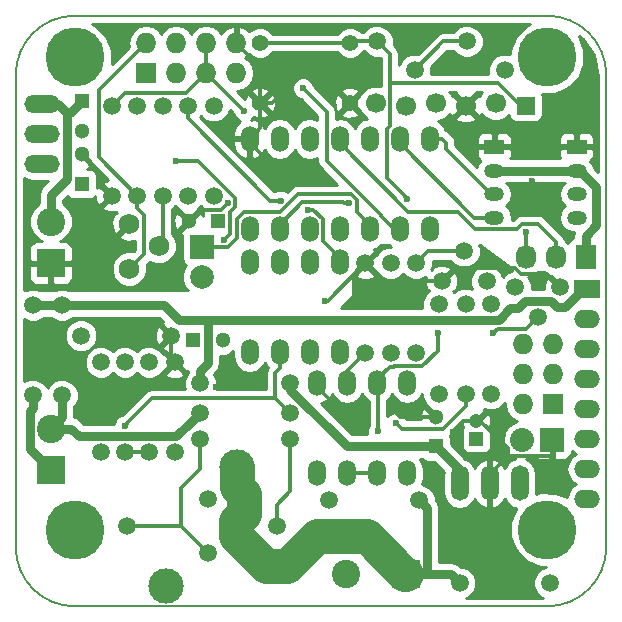
<source format=gbl>
G04 #@! TF.FileFunction,Copper,L2,Bot,Signal*
%FSLAX46Y46*%
G04 Gerber Fmt 4.6, Leading zero omitted, Abs format (unit mm)*
G04 Created by KiCad (PCBNEW 4.0.2+dfsg1-stable) date Di 18 Apr 2017 15:02:48 CEST*
%MOMM*%
G01*
G04 APERTURE LIST*
%ADD10C,0.100000*%
%ADD11C,0.150000*%
%ADD12C,1.500000*%
%ADD13O,1.501140X2.199640*%
%ADD14R,1.699260X1.198880*%
%ADD15O,1.699260X1.198880*%
%ADD16C,1.397000*%
%ADD17C,2.400000*%
%ADD18R,2.400000X2.400000*%
%ADD19C,5.000000*%
%ADD20R,1.727200X1.727200*%
%ADD21O,1.727200X1.727200*%
%ADD22R,2.197100X1.524000*%
%ADD23O,2.197100X1.524000*%
%ADD24C,3.000000*%
%ADD25R,2.000000X2.000000*%
%ADD26C,2.000000*%
%ADD27R,1.600000X1.500000*%
%ADD28C,1.700000*%
%ADD29C,1.750060*%
%ADD30R,1.727200X2.032000*%
%ADD31O,1.727200X2.032000*%
%ADD32R,1.200000X1.200000*%
%ADD33C,1.200000*%
%ADD34R,2.032000X2.032000*%
%ADD35O,2.032000X2.032000*%
%ADD36O,1.500000X3.000000*%
%ADD37O,3.000000X1.500000*%
%ADD38R,1.200000X1.300000*%
%ADD39C,1.300000*%
%ADD40R,1.300000X1.300000*%
%ADD41C,0.600000*%
%ADD42C,0.304800*%
%ADD43C,0.800000*%
%ADD44C,3.000000*%
%ADD45C,0.254000*%
G04 APERTURE END LIST*
D10*
D11*
X100000000Y-80000000D02*
G75*
G03X95000000Y-85000000I0J-5000000D01*
G01*
X145000000Y-85000000D02*
G75*
G03X140000000Y-80000000I-5000000J0D01*
G01*
X140000000Y-130000000D02*
G75*
G03X145000000Y-125000000I0J5000000D01*
G01*
X95000000Y-125000000D02*
G75*
G03X100000000Y-130000000I5000000J0D01*
G01*
X95000000Y-85000000D02*
X95000000Y-125000000D01*
X140000000Y-80000000D02*
X100000000Y-80000000D01*
X145000000Y-125000000D02*
X145000000Y-85000000D01*
X100000000Y-130000000D02*
X140000000Y-130000000D01*
D12*
X96456500Y-112141000D03*
X96456500Y-104521000D03*
D13*
X128143000Y-111125000D03*
X125603000Y-111125000D03*
X123063000Y-111125000D03*
X120523000Y-111125000D03*
X120523000Y-118745000D03*
X123063000Y-118745000D03*
X125603000Y-118745000D03*
X128143000Y-118745000D03*
D14*
X135509000Y-91104720D03*
D15*
X135509000Y-95107760D03*
X135509000Y-93106240D03*
X135509000Y-97106740D03*
D16*
X123317000Y-82296000D03*
X123317000Y-87376000D03*
X115697000Y-82296000D03*
X115697000Y-87376000D03*
D12*
X111252000Y-120904000D03*
D17*
X122936000Y-127254000D03*
D18*
X128016000Y-127254000D03*
D19*
X100000000Y-83500000D03*
X140000000Y-83500000D03*
X140000000Y-123500000D03*
X100000000Y-123500000D03*
D12*
X134874000Y-102489000D03*
X132969000Y-99949000D03*
X131064000Y-102489000D03*
D20*
X106045000Y-84836000D03*
D21*
X106045000Y-82296000D03*
X108585000Y-84836000D03*
X108585000Y-82296000D03*
X111125000Y-84836000D03*
X111125000Y-82296000D03*
X113665000Y-84836000D03*
X113665000Y-82296000D03*
D12*
X140208000Y-128016000D03*
X132588000Y-128016000D03*
X129159000Y-121031000D03*
X121539000Y-121031000D03*
X110617000Y-115824000D03*
X118237000Y-115824000D03*
X106299000Y-116967000D03*
X106299000Y-109347000D03*
X98933000Y-112141000D03*
X98933000Y-104521000D03*
X108458000Y-109347000D03*
X108458000Y-116967000D03*
X110642400Y-111099600D03*
X118262400Y-111099600D03*
X108153200Y-107086400D03*
X100533200Y-107086400D03*
D20*
X140462000Y-112903000D03*
D21*
X137922000Y-112903000D03*
X140462000Y-110363000D03*
X137922000Y-110363000D03*
X140462000Y-107823000D03*
X137922000Y-107823000D03*
D12*
X137287000Y-102997000D03*
X139192000Y-105537000D03*
X141097000Y-102997000D03*
X133096000Y-104394000D03*
X133096000Y-112014000D03*
X130810000Y-104394000D03*
X130810000Y-112014000D03*
X104267000Y-116967000D03*
X104267000Y-109347000D03*
X124587000Y-100965000D03*
X124587000Y-108585000D03*
X126746000Y-100965000D03*
X126746000Y-108585000D03*
X128905000Y-100965000D03*
X128905000Y-108585000D03*
X135255000Y-104394000D03*
X135255000Y-112014000D03*
X125603000Y-82169000D03*
X133223000Y-82169000D03*
D22*
X143383000Y-103124000D03*
D23*
X143383000Y-105664000D03*
X143383000Y-108204000D03*
X143383000Y-110744000D03*
X143383000Y-113284000D03*
X143383000Y-115824000D03*
X143383000Y-118364000D03*
X143383000Y-120904000D03*
D24*
X107744000Y-128240800D03*
X113744000Y-118240800D03*
D12*
X117094000Y-123240800D03*
X104394000Y-123240800D03*
X110591600Y-113639600D03*
X118211600Y-113639600D03*
D25*
X110744000Y-99568000D03*
D26*
X110744000Y-102108000D03*
D27*
X138176000Y-87604600D03*
D28*
X135636000Y-87401400D03*
X133096000Y-87604600D03*
X130556000Y-87401400D03*
X128016000Y-87604600D03*
X125476000Y-87401400D03*
D17*
X97982000Y-97437000D03*
D18*
X97982000Y-100937000D03*
D29*
X104622600Y-101422200D03*
X107162600Y-99517200D03*
X104622600Y-97612200D03*
D12*
X102235000Y-116967000D03*
X102235000Y-109347000D03*
X107442000Y-87630000D03*
X107442000Y-95250000D03*
X105283000Y-87630000D03*
X105283000Y-95250000D03*
X109601000Y-87630000D03*
X109601000Y-95250000D03*
X111760000Y-87630000D03*
X111760000Y-95250000D03*
X103124000Y-95250000D03*
X103124000Y-87630000D03*
D30*
X143256000Y-100457000D03*
D31*
X140716000Y-100457000D03*
X138176000Y-100457000D03*
D13*
X114808000Y-108458000D03*
X117348000Y-108458000D03*
X119888000Y-108458000D03*
X122428000Y-108458000D03*
X122428000Y-100838000D03*
X119888000Y-100838000D03*
X117348000Y-100838000D03*
X114808000Y-100838000D03*
D14*
X142494000Y-91104720D03*
D15*
X142494000Y-95107760D03*
X142494000Y-93106240D03*
X142494000Y-97106740D03*
D32*
X134010400Y-115812000D03*
D33*
X134010400Y-114312000D03*
D34*
X140411200Y-115925600D03*
D35*
X137871200Y-115925600D03*
D12*
X128778000Y-84582000D03*
X136398000Y-84582000D03*
X111252000Y-125476000D03*
D13*
X114808000Y-98044000D03*
X117348000Y-98044000D03*
X119888000Y-98044000D03*
X122428000Y-98044000D03*
X124968000Y-98044000D03*
X127508000Y-98044000D03*
X130048000Y-98044000D03*
X130048000Y-90424000D03*
X127508000Y-90424000D03*
X124968000Y-90424000D03*
X122428000Y-90424000D03*
X119888000Y-90424000D03*
X117348000Y-90424000D03*
X114808000Y-90424000D03*
D36*
X135128000Y-119583200D03*
X132588000Y-119583200D03*
X137668000Y-119583200D03*
D37*
X97193100Y-90030300D03*
X97193100Y-87490300D03*
X97193100Y-92570300D03*
D17*
X97982000Y-114963000D03*
D18*
X97982000Y-118463000D03*
D38*
X110032800Y-107492800D03*
D39*
X112532800Y-107492800D03*
D40*
X130556000Y-116459000D03*
D39*
X130556000Y-113959000D03*
D40*
X100584000Y-87249000D03*
D39*
X100584000Y-89749000D03*
D40*
X100584000Y-94234000D03*
D39*
X100584000Y-91734000D03*
D40*
X112141000Y-97409000D03*
D39*
X109641000Y-97409000D03*
D41*
X127201062Y-114494739D03*
X131982719Y-115241529D03*
X124079000Y-113157000D03*
X126822200Y-113207800D03*
X126555500Y-103174800D03*
X115925600Y-110629700D03*
X121170700Y-104152700D03*
X111988600Y-111467900D03*
X135420100Y-106895900D03*
X130721100Y-106845100D03*
X125666500Y-115150900D03*
X119722900Y-96431100D03*
X138722100Y-94006829D03*
X138137900Y-96786700D03*
X138214100Y-98272600D03*
X116497100Y-93814900D03*
X112941100Y-95885000D03*
X123236233Y-95866004D03*
X112661700Y-98945700D03*
X108572300Y-92265500D03*
X128162717Y-95477356D03*
X117429865Y-95655173D03*
X119316500Y-86131400D03*
X114363500Y-88074500D03*
X104216200Y-114716979D03*
D42*
X131209259Y-114961401D02*
X127667724Y-114961401D01*
X133096000Y-113074660D02*
X131209259Y-114961401D01*
X133096000Y-112014000D02*
X133096000Y-113074660D01*
X127667724Y-114961401D02*
X127501061Y-114794738D01*
X127501061Y-114794738D02*
X127201062Y-114494739D01*
X109016800Y-123240800D02*
X109016800Y-119964200D01*
X109016800Y-119964200D02*
X110617000Y-118364000D01*
X104394000Y-123240800D02*
X109016800Y-123240800D01*
X109016800Y-123240800D02*
X111252000Y-125476000D01*
X110617000Y-118364000D02*
X110617000Y-115824000D01*
X118237000Y-120256300D02*
X118237000Y-115824000D01*
X117094000Y-121399300D02*
X118237000Y-120256300D01*
X104267000Y-116967000D02*
X106299000Y-116967000D01*
X123063000Y-111125000D02*
X123063000Y-110109000D01*
X123063000Y-110109000D02*
X123837001Y-109334999D01*
X123837001Y-109334999D02*
X124587000Y-108585000D01*
X117094000Y-123240800D02*
X117094000Y-121399300D01*
X128905000Y-100965000D02*
X129921000Y-99949000D01*
X129921000Y-99949000D02*
X132969000Y-99949000D01*
X132912248Y-114312000D02*
X131982719Y-115241529D01*
X134010400Y-114312000D02*
X132912248Y-114312000D01*
X134010400Y-114312000D02*
X134344722Y-114312000D01*
X136667199Y-116634477D02*
X136667199Y-117294001D01*
X134344722Y-114312000D02*
X136667199Y-116634477D01*
X135128000Y-119583200D02*
X135128000Y-118833200D01*
X135128000Y-118833200D02*
X136667199Y-117294001D01*
X136667199Y-117294001D02*
X140363599Y-117294001D01*
X140363599Y-117294001D02*
X140411200Y-117246400D01*
X140411200Y-117246400D02*
X140411200Y-115925600D01*
X124079000Y-113157000D02*
X122205750Y-113157000D01*
X122205750Y-113157000D02*
X120523000Y-111474250D01*
X120523000Y-111474250D02*
X120523000Y-111125000D01*
X130556000Y-113959000D02*
X127573400Y-113959000D01*
X127573400Y-113959000D02*
X126822200Y-113207800D01*
X131064000Y-102489000D02*
X132166401Y-101386599D01*
X137741502Y-101894599D02*
X139994599Y-101894599D01*
X139994599Y-101894599D02*
X140347001Y-102247001D01*
X132166401Y-101386599D02*
X137233502Y-101386599D01*
X137233502Y-101386599D02*
X137741502Y-101894599D01*
X140347001Y-102247001D02*
X141097000Y-102997000D01*
X126555500Y-103174800D02*
X127241300Y-102489000D01*
X127241300Y-102489000D02*
X131064000Y-102489000D01*
X124587000Y-100965000D02*
X121399300Y-104152700D01*
X121399300Y-104152700D02*
X121170700Y-104152700D01*
X115087400Y-111467900D02*
X115925600Y-110629700D01*
X108153200Y-107086400D02*
X108153200Y-109042200D01*
X111988600Y-111467900D02*
X115087400Y-111467900D01*
X108153200Y-109042200D02*
X108458000Y-109347000D01*
X139192000Y-105537000D02*
X138232588Y-106496412D01*
X138232588Y-106496412D02*
X135819588Y-106496412D01*
X135819588Y-106496412D02*
X135420100Y-106895900D01*
X125603000Y-111125000D02*
X125603000Y-110775750D01*
X125603000Y-110775750D02*
X126658370Y-109720380D01*
X126658370Y-109720380D02*
X127007620Y-109720380D01*
X130721100Y-108400454D02*
X130721100Y-106845100D01*
X127007620Y-109720380D02*
X127055230Y-109672770D01*
X129434153Y-109687401D02*
X130721100Y-108400454D01*
X127055230Y-109672770D02*
X128361216Y-109672770D01*
X128361216Y-109672770D02*
X128375847Y-109687401D01*
X128375847Y-109687401D02*
X129434153Y-109687401D01*
X125666500Y-115150900D02*
X125666500Y-111188500D01*
X125666500Y-111188500D02*
X125603000Y-111125000D01*
D43*
X137159199Y-93106809D02*
X137158630Y-93106240D01*
X137158630Y-93106240D02*
X135509000Y-93106240D01*
X140843801Y-93106809D02*
X137159199Y-93106809D01*
X140844370Y-93106240D02*
X140843801Y-93106809D01*
X142494000Y-93106240D02*
X140844370Y-93106240D01*
X143256000Y-100457000D02*
X143256000Y-98641000D01*
X143256000Y-98641000D02*
X144143630Y-97753370D01*
X144143630Y-97753370D02*
X144143630Y-94505680D01*
X144143630Y-94505680D02*
X142744190Y-93106240D01*
X142744190Y-93106240D02*
X142494000Y-93106240D01*
D42*
X120990980Y-99051730D02*
X120990980Y-97237881D01*
X122428000Y-100838000D02*
X122428000Y-100488750D01*
X122428000Y-100488750D02*
X120990980Y-99051730D01*
X120990980Y-97237881D02*
X120184199Y-96431100D01*
X120184199Y-96431100D02*
X119722900Y-96431100D01*
X119262928Y-84797900D02*
X120738900Y-84797900D01*
X120738900Y-84797900D02*
X123317000Y-87376000D01*
X115697000Y-87376000D02*
X116684828Y-87376000D01*
X116684828Y-87376000D02*
X119262928Y-84797900D01*
X115697000Y-87376000D02*
X115697000Y-89535000D01*
X115697000Y-89535000D02*
X114808000Y-90424000D01*
X113665000Y-82296000D02*
X115697000Y-84328000D01*
X115697000Y-84328000D02*
X115697000Y-87376000D01*
X138137900Y-96786700D02*
X138137900Y-94591029D01*
X138137900Y-94591029D02*
X138422101Y-94306828D01*
X139014200Y-91104720D02*
X142494000Y-91104720D01*
X135509000Y-91104720D02*
X139014200Y-91104720D01*
X138422101Y-94306828D02*
X138722100Y-94006829D01*
X138176000Y-100457000D02*
X138176000Y-98310700D01*
X138176000Y-98310700D02*
X138214100Y-98272600D01*
X116497100Y-93814900D02*
X116497100Y-92113100D01*
X116497100Y-92113100D02*
X116212620Y-91828620D01*
X115863370Y-91828620D02*
X114808000Y-90773250D01*
X116212620Y-91828620D02*
X115863370Y-91828620D01*
X114808000Y-90773250D02*
X114808000Y-90424000D01*
X112419501Y-96406599D02*
X112941100Y-95885000D01*
X109641000Y-97409000D02*
X110643401Y-96406599D01*
X110643401Y-96406599D02*
X112419501Y-96406599D01*
X122811969Y-95866004D02*
X123236233Y-95866004D01*
X122724663Y-95778698D02*
X122811969Y-95866004D01*
X119264052Y-95778698D02*
X122724663Y-95778698D01*
X117348000Y-98044000D02*
X117348000Y-97694750D01*
X117348000Y-97694750D02*
X119264052Y-95778698D01*
X105283000Y-95250000D02*
X102021599Y-91988599D01*
X102021599Y-91988599D02*
X102021599Y-86319401D01*
X102021599Y-86319401D02*
X105181401Y-83159599D01*
X105181401Y-83159599D02*
X106045000Y-82296000D01*
X104622600Y-101422200D02*
X105850031Y-100194769D01*
X105850031Y-100194769D02*
X105850031Y-96877691D01*
X105850031Y-96877691D02*
X105283000Y-96310660D01*
X105283000Y-96310660D02*
X105283000Y-95250000D01*
X123063000Y-118745000D02*
X125603000Y-118745000D01*
D44*
X113665000Y-124079000D02*
X113665000Y-122809000D01*
X113744000Y-119903500D02*
X114300000Y-120459500D01*
X114300000Y-122174000D02*
X114300000Y-120459500D01*
X113665000Y-122809000D02*
X114300000Y-122174000D01*
D43*
X129794000Y-127254000D02*
X129794000Y-121666000D01*
X128016000Y-127254000D02*
X129794000Y-127254000D01*
X129794000Y-127254000D02*
X131826000Y-127254000D01*
D44*
X113744000Y-118240800D02*
X113744000Y-119903500D01*
X116205000Y-126619000D02*
X113665000Y-124079000D01*
X124714000Y-124079000D02*
X127889000Y-127254000D01*
X124714000Y-124079000D02*
X120523000Y-124079000D01*
X120523000Y-124079000D02*
X117983000Y-126619000D01*
X117983000Y-126619000D02*
X116205000Y-126619000D01*
X128016000Y-127254000D02*
X127889000Y-127254000D01*
D43*
X129794000Y-121666000D02*
X129159000Y-121031000D01*
X131826000Y-127254000D02*
X132588000Y-128016000D01*
X96181999Y-116662999D02*
X97982000Y-118463000D01*
X96456500Y-112141000D02*
X96456500Y-113201660D01*
X96456500Y-113201660D02*
X96181999Y-113476161D01*
X96181999Y-113476161D02*
X96181999Y-116662999D01*
X97982000Y-114963000D02*
X99679056Y-114963000D01*
X99679056Y-114963000D02*
X100333055Y-115616999D01*
X98933000Y-114012000D02*
X97982000Y-114963000D01*
X100333055Y-115616999D02*
X108614201Y-115616999D01*
X98933000Y-112141000D02*
X98933000Y-114012000D01*
X108614201Y-115616999D02*
X109841601Y-114389599D01*
X109841601Y-114389599D02*
X110591600Y-113639600D01*
D42*
X114351131Y-96591770D02*
X117415930Y-96591770D01*
X117415930Y-96591770D02*
X118919522Y-95088178D01*
X113705020Y-98829836D02*
X113705020Y-97237881D01*
X112078902Y-99598102D02*
X112936754Y-99598102D01*
X113705020Y-97237881D02*
X114351131Y-96591770D01*
X124968000Y-97694750D02*
X124968000Y-98044000D01*
X112936754Y-99598102D02*
X113705020Y-98829836D01*
X110744000Y-99568000D02*
X112048800Y-99568000D01*
X112048800Y-99568000D02*
X112078902Y-99598102D01*
X123912630Y-95619740D02*
X123912630Y-96639380D01*
X118919522Y-95088178D02*
X123381068Y-95088178D01*
X123381068Y-95088178D02*
X123912630Y-95619740D01*
X123912630Y-96639380D02*
X124968000Y-97694750D01*
X112961699Y-98645701D02*
X112661700Y-98945700D01*
X113143401Y-98463999D02*
X112961699Y-98645701D01*
X113143401Y-96648255D02*
X113143401Y-98463999D01*
X113593502Y-96198154D02*
X113143401Y-96648255D01*
X113593502Y-95451948D02*
X113593502Y-96198154D01*
X110407054Y-92265500D02*
X113593502Y-95451948D01*
X108572300Y-92265500D02*
X110407054Y-92265500D01*
X126678401Y-85661500D02*
X126678401Y-89344500D01*
X126678401Y-89344500D02*
X126401223Y-89621678D01*
X126401223Y-89621678D02*
X126401223Y-93715862D01*
X126401223Y-93715862D02*
X127862718Y-95177357D01*
X127862718Y-95177357D02*
X128162717Y-95477356D01*
X138176000Y-87604600D02*
X137789046Y-87604600D01*
X126701302Y-85684401D02*
X126678401Y-85661500D01*
X126678401Y-85661500D02*
X126678401Y-83244401D01*
X135868847Y-85684401D02*
X126701302Y-85684401D01*
X137789046Y-87604600D02*
X135868847Y-85684401D01*
X123317000Y-82296000D02*
X115697000Y-82296000D01*
X125603000Y-82169000D02*
X123444000Y-82169000D01*
X123444000Y-82169000D02*
X123317000Y-82296000D01*
X126678401Y-83244401D02*
X126352999Y-82918999D01*
X126352999Y-82918999D02*
X125603000Y-82169000D01*
X109601000Y-87630000D02*
X109601000Y-88690660D01*
X109601000Y-88690660D02*
X116565513Y-95655173D01*
X116565513Y-95655173D02*
X117005601Y-95655173D01*
X117005601Y-95655173D02*
X117429865Y-95655173D01*
X121325020Y-92282830D02*
X125910989Y-96868799D01*
X119316500Y-86131400D02*
X121325020Y-88139920D01*
X121325020Y-88139920D02*
X121325020Y-92282830D01*
X127022690Y-98044000D02*
X127508000Y-98044000D01*
X125910989Y-96932299D02*
X127022690Y-98044000D01*
X125910989Y-96868799D02*
X125910989Y-96932299D01*
X114363500Y-88074500D02*
X111125000Y-84836000D01*
X111125000Y-84836000D02*
X111125000Y-82296000D01*
X103124000Y-87630000D02*
X104226401Y-86527599D01*
X104226401Y-86527599D02*
X109433401Y-86527599D01*
X110261401Y-85699599D02*
X111125000Y-84836000D01*
X109433401Y-86527599D02*
X110261401Y-85699599D01*
X140716000Y-99136200D02*
X140716000Y-100457000D01*
X139199998Y-97620198D02*
X140716000Y-99136200D01*
X137460098Y-98061046D02*
X137900946Y-97620198D01*
X132405770Y-96591770D02*
X133875046Y-98061046D01*
X128246520Y-96591770D02*
X132405770Y-96591770D01*
X137900946Y-97620198D02*
X139199998Y-97620198D01*
X133875046Y-98061046D02*
X137460098Y-98061046D01*
X122428000Y-90773250D02*
X128246520Y-96591770D01*
X122428000Y-90424000D02*
X122428000Y-90773250D01*
X107442000Y-95250000D02*
X107442000Y-99237800D01*
X107442000Y-99237800D02*
X107162600Y-99517200D01*
X130048000Y-90424000D02*
X131103370Y-90424000D01*
X131103370Y-90424000D02*
X131432300Y-90752930D01*
X131432300Y-90752930D02*
X131432300Y-91281250D01*
X135509000Y-95107760D02*
X135258810Y-95107760D01*
X135258810Y-95107760D02*
X131432300Y-91281250D01*
X135509000Y-97106740D02*
X133841490Y-97106740D01*
X133841490Y-97106740D02*
X127508000Y-90773250D01*
X127508000Y-90773250D02*
X127508000Y-90424000D01*
D43*
X97193100Y-87490300D02*
X98539300Y-87490300D01*
X98539300Y-87490300D02*
X99314000Y-88265000D01*
X99314000Y-88265000D02*
X99568000Y-88265000D01*
X99568000Y-88265000D02*
X100584000Y-87249000D01*
X99314000Y-91059000D02*
X99314000Y-88265000D01*
X97982000Y-97437000D02*
X97982000Y-95185000D01*
X99314000Y-93853000D02*
X99314000Y-91059000D01*
X99314000Y-91059000D02*
X99314000Y-90932000D01*
X97982000Y-95185000D02*
X99314000Y-93853000D01*
X130556000Y-116459000D02*
X123063000Y-116459000D01*
X132588000Y-119583200D02*
X132588000Y-118491000D01*
X132588000Y-118491000D02*
X130556000Y-116459000D01*
X123063000Y-116459000D02*
X118262400Y-111658400D01*
X118262400Y-111658400D02*
X118262400Y-111099600D01*
X110642400Y-111099600D02*
X110642400Y-110038940D01*
X110642400Y-111099600D02*
X110540188Y-111201812D01*
X110642400Y-110038940D02*
X111264700Y-109416640D01*
X134606999Y-105744001D02*
X111264700Y-105744001D01*
X137497413Y-104784589D02*
X136862413Y-104784589D01*
X135903001Y-105744001D02*
X134606999Y-105744001D01*
X136862413Y-104784589D02*
X135903001Y-105744001D01*
X111264700Y-105744001D02*
X108808803Y-105744001D01*
X111264700Y-109416640D02*
X111264700Y-105744001D01*
X140288997Y-104186999D02*
X138095003Y-104186999D01*
X138095003Y-104186999D02*
X137497413Y-104784589D01*
X140787998Y-104686000D02*
X140288997Y-104186999D01*
X141484450Y-104686000D02*
X140787998Y-104686000D01*
X108808803Y-105744001D02*
X107585802Y-104521000D01*
X107585802Y-104521000D02*
X99993660Y-104521000D01*
X99993660Y-104521000D02*
X98933000Y-104521000D01*
X98933000Y-104521000D02*
X96456500Y-104521000D01*
X143046450Y-103124000D02*
X141484450Y-104686000D01*
X143383000Y-103124000D02*
X143046450Y-103124000D01*
D42*
X116967000Y-112395000D02*
X106538179Y-112395000D01*
X116967000Y-112395000D02*
X117461601Y-112889601D01*
X116967000Y-112395000D02*
X116967000Y-110243620D01*
X116967000Y-110243620D02*
X117348000Y-109862620D01*
X117461601Y-112889601D02*
X118211600Y-113639600D01*
X104516199Y-114416980D02*
X104216200Y-114716979D01*
X106538179Y-112395000D02*
X104516199Y-114416980D01*
X117348000Y-109862620D02*
X117348000Y-108458000D01*
X131191000Y-82169000D02*
X128778000Y-84582000D01*
X133223000Y-82169000D02*
X131191000Y-82169000D01*
D45*
G36*
X136394041Y-112903000D02*
X136508115Y-113476489D01*
X136832971Y-113962670D01*
X137319152Y-114287526D01*
X137481380Y-114319795D01*
X137239390Y-114367930D01*
X136703767Y-114725822D01*
X136345875Y-115261445D01*
X136220200Y-115893255D01*
X136220200Y-115957945D01*
X136345875Y-116589755D01*
X136703767Y-117125378D01*
X137239390Y-117483270D01*
X137260401Y-117487449D01*
X137137983Y-117511800D01*
X136688657Y-117812030D01*
X136388427Y-118261356D01*
X136385572Y-118275711D01*
X136358972Y-118185851D01*
X136017540Y-117764055D01*
X135540684Y-117505027D01*
X135469185Y-117490882D01*
X135255000Y-117613544D01*
X135255000Y-119456200D01*
X135275000Y-119456200D01*
X135275000Y-119710200D01*
X135255000Y-119710200D01*
X135255000Y-121552856D01*
X135469185Y-121675518D01*
X135540684Y-121661373D01*
X136017540Y-121402345D01*
X136358972Y-120980549D01*
X136385572Y-120890689D01*
X136388427Y-120905044D01*
X136688657Y-121354370D01*
X137137983Y-121654600D01*
X137365796Y-121699915D01*
X137343826Y-121721847D01*
X136865546Y-122873674D01*
X136864457Y-124120854D01*
X137340727Y-125273515D01*
X138221847Y-126156174D01*
X139373674Y-126634454D01*
X139923613Y-126634934D01*
X139424485Y-126841169D01*
X139034539Y-127230436D01*
X138823241Y-127739298D01*
X138822760Y-128290285D01*
X139033169Y-128799515D01*
X139422436Y-129189461D01*
X139664561Y-129290000D01*
X133131507Y-129290000D01*
X133371515Y-129190831D01*
X133761461Y-128801564D01*
X133972759Y-128292702D01*
X133973240Y-127741715D01*
X133762831Y-127232485D01*
X133373564Y-126842539D01*
X132864702Y-126631241D01*
X132666780Y-126631068D01*
X132557856Y-126522144D01*
X132222077Y-126297785D01*
X131826000Y-126218999D01*
X131825995Y-126219000D01*
X130829000Y-126219000D01*
X130829000Y-121666005D01*
X130829001Y-121666000D01*
X130750215Y-121269923D01*
X130688985Y-121178285D01*
X130544061Y-120961390D01*
X130544240Y-120756715D01*
X130333831Y-120247485D01*
X129944564Y-119857539D01*
X129435702Y-119646241D01*
X129425535Y-119646232D01*
X129528570Y-119128237D01*
X129528570Y-118361763D01*
X129423100Y-117831528D01*
X129197571Y-117494000D01*
X129399156Y-117494000D01*
X129441910Y-117560441D01*
X129654110Y-117705431D01*
X129906000Y-117756440D01*
X130389728Y-117756440D01*
X131239776Y-118606487D01*
X131203000Y-118791373D01*
X131203000Y-120375027D01*
X131308427Y-120905044D01*
X131608657Y-121354370D01*
X132057983Y-121654600D01*
X132588000Y-121760027D01*
X133118017Y-121654600D01*
X133567343Y-121354370D01*
X133867573Y-120905044D01*
X133870428Y-120890689D01*
X133897028Y-120980549D01*
X134238460Y-121402345D01*
X134715316Y-121661373D01*
X134786815Y-121675518D01*
X135001000Y-121552856D01*
X135001000Y-119710200D01*
X134981000Y-119710200D01*
X134981000Y-119456200D01*
X135001000Y-119456200D01*
X135001000Y-117613544D01*
X134786815Y-117490882D01*
X134715316Y-117505027D01*
X134238460Y-117764055D01*
X133897028Y-118185851D01*
X133870428Y-118275711D01*
X133867573Y-118261356D01*
X133567343Y-117812030D01*
X133118017Y-117511800D01*
X133061212Y-117500501D01*
X131853440Y-116292728D01*
X131853440Y-115809000D01*
X131809162Y-115573683D01*
X131770544Y-115513668D01*
X132784641Y-114499571D01*
X132792918Y-114633413D01*
X132885111Y-114855990D01*
X132813969Y-114960110D01*
X132762960Y-115212000D01*
X132762960Y-116412000D01*
X132807238Y-116647317D01*
X132946310Y-116863441D01*
X133158510Y-117008431D01*
X133410400Y-117059440D01*
X134610400Y-117059440D01*
X134845717Y-117015162D01*
X135061841Y-116876090D01*
X135206831Y-116663890D01*
X135257840Y-116412000D01*
X135257840Y-115212000D01*
X135213562Y-114976683D01*
X135131634Y-114849364D01*
X135258207Y-114480964D01*
X135227882Y-113990587D01*
X135098564Y-113678383D01*
X134873135Y-113628870D01*
X134190005Y-114312000D01*
X134204148Y-114326143D01*
X134024543Y-114505748D01*
X134010400Y-114491605D01*
X133996258Y-114505748D01*
X133816653Y-114326143D01*
X133830795Y-114312000D01*
X133816653Y-114297858D01*
X133996258Y-114118253D01*
X134010400Y-114132395D01*
X134693530Y-113449265D01*
X134652746Y-113263578D01*
X134978298Y-113398759D01*
X135529285Y-113399240D01*
X136038515Y-113188831D01*
X136411185Y-112816810D01*
X136394041Y-112903000D01*
X136394041Y-112903000D01*
G37*
X136394041Y-112903000D02*
X136508115Y-113476489D01*
X136832971Y-113962670D01*
X137319152Y-114287526D01*
X137481380Y-114319795D01*
X137239390Y-114367930D01*
X136703767Y-114725822D01*
X136345875Y-115261445D01*
X136220200Y-115893255D01*
X136220200Y-115957945D01*
X136345875Y-116589755D01*
X136703767Y-117125378D01*
X137239390Y-117483270D01*
X137260401Y-117487449D01*
X137137983Y-117511800D01*
X136688657Y-117812030D01*
X136388427Y-118261356D01*
X136385572Y-118275711D01*
X136358972Y-118185851D01*
X136017540Y-117764055D01*
X135540684Y-117505027D01*
X135469185Y-117490882D01*
X135255000Y-117613544D01*
X135255000Y-119456200D01*
X135275000Y-119456200D01*
X135275000Y-119710200D01*
X135255000Y-119710200D01*
X135255000Y-121552856D01*
X135469185Y-121675518D01*
X135540684Y-121661373D01*
X136017540Y-121402345D01*
X136358972Y-120980549D01*
X136385572Y-120890689D01*
X136388427Y-120905044D01*
X136688657Y-121354370D01*
X137137983Y-121654600D01*
X137365796Y-121699915D01*
X137343826Y-121721847D01*
X136865546Y-122873674D01*
X136864457Y-124120854D01*
X137340727Y-125273515D01*
X138221847Y-126156174D01*
X139373674Y-126634454D01*
X139923613Y-126634934D01*
X139424485Y-126841169D01*
X139034539Y-127230436D01*
X138823241Y-127739298D01*
X138822760Y-128290285D01*
X139033169Y-128799515D01*
X139422436Y-129189461D01*
X139664561Y-129290000D01*
X133131507Y-129290000D01*
X133371515Y-129190831D01*
X133761461Y-128801564D01*
X133972759Y-128292702D01*
X133973240Y-127741715D01*
X133762831Y-127232485D01*
X133373564Y-126842539D01*
X132864702Y-126631241D01*
X132666780Y-126631068D01*
X132557856Y-126522144D01*
X132222077Y-126297785D01*
X131826000Y-126218999D01*
X131825995Y-126219000D01*
X130829000Y-126219000D01*
X130829000Y-121666005D01*
X130829001Y-121666000D01*
X130750215Y-121269923D01*
X130688985Y-121178285D01*
X130544061Y-120961390D01*
X130544240Y-120756715D01*
X130333831Y-120247485D01*
X129944564Y-119857539D01*
X129435702Y-119646241D01*
X129425535Y-119646232D01*
X129528570Y-119128237D01*
X129528570Y-118361763D01*
X129423100Y-117831528D01*
X129197571Y-117494000D01*
X129399156Y-117494000D01*
X129441910Y-117560441D01*
X129654110Y-117705431D01*
X129906000Y-117756440D01*
X130389728Y-117756440D01*
X131239776Y-118606487D01*
X131203000Y-118791373D01*
X131203000Y-120375027D01*
X131308427Y-120905044D01*
X131608657Y-121354370D01*
X132057983Y-121654600D01*
X132588000Y-121760027D01*
X133118017Y-121654600D01*
X133567343Y-121354370D01*
X133867573Y-120905044D01*
X133870428Y-120890689D01*
X133897028Y-120980549D01*
X134238460Y-121402345D01*
X134715316Y-121661373D01*
X134786815Y-121675518D01*
X135001000Y-121552856D01*
X135001000Y-119710200D01*
X134981000Y-119710200D01*
X134981000Y-119456200D01*
X135001000Y-119456200D01*
X135001000Y-117613544D01*
X134786815Y-117490882D01*
X134715316Y-117505027D01*
X134238460Y-117764055D01*
X133897028Y-118185851D01*
X133870428Y-118275711D01*
X133867573Y-118261356D01*
X133567343Y-117812030D01*
X133118017Y-117511800D01*
X133061212Y-117500501D01*
X131853440Y-116292728D01*
X131853440Y-115809000D01*
X131809162Y-115573683D01*
X131770544Y-115513668D01*
X132784641Y-114499571D01*
X132792918Y-114633413D01*
X132885111Y-114855990D01*
X132813969Y-114960110D01*
X132762960Y-115212000D01*
X132762960Y-116412000D01*
X132807238Y-116647317D01*
X132946310Y-116863441D01*
X133158510Y-117008431D01*
X133410400Y-117059440D01*
X134610400Y-117059440D01*
X134845717Y-117015162D01*
X135061841Y-116876090D01*
X135206831Y-116663890D01*
X135257840Y-116412000D01*
X135257840Y-115212000D01*
X135213562Y-114976683D01*
X135131634Y-114849364D01*
X135258207Y-114480964D01*
X135227882Y-113990587D01*
X135098564Y-113678383D01*
X134873135Y-113628870D01*
X134190005Y-114312000D01*
X134204148Y-114326143D01*
X134024543Y-114505748D01*
X134010400Y-114491605D01*
X133996258Y-114505748D01*
X133816653Y-114326143D01*
X133830795Y-114312000D01*
X133816653Y-114297858D01*
X133996258Y-114118253D01*
X134010400Y-114132395D01*
X134693530Y-113449265D01*
X134652746Y-113263578D01*
X134978298Y-113398759D01*
X135529285Y-113399240D01*
X136038515Y-113188831D01*
X136411185Y-112816810D01*
X136394041Y-112903000D01*
G36*
X140538200Y-115798600D02*
X140558200Y-115798600D01*
X140558200Y-116052600D01*
X140538200Y-116052600D01*
X140538200Y-117417850D01*
X140696950Y-117576600D01*
X141553510Y-117576600D01*
X141786899Y-117479927D01*
X141965527Y-117301298D01*
X142062200Y-117067909D01*
X142062200Y-116836911D01*
X142446959Y-117094000D01*
X142024660Y-117376172D01*
X141721828Y-117829391D01*
X141615488Y-118364000D01*
X141721828Y-118898609D01*
X142024660Y-119351828D01*
X142446959Y-119634000D01*
X142024660Y-119916172D01*
X141721828Y-120369391D01*
X141638954Y-120786026D01*
X140626326Y-120365546D01*
X139379146Y-120364457D01*
X139026085Y-120510339D01*
X139053000Y-120375027D01*
X139053000Y-118791373D01*
X138947573Y-118261356D01*
X138647343Y-117812030D01*
X138235080Y-117536565D01*
X138503010Y-117483270D01*
X138839201Y-117258634D01*
X138856873Y-117301298D01*
X139035501Y-117479927D01*
X139268890Y-117576600D01*
X140125450Y-117576600D01*
X140284200Y-117417850D01*
X140284200Y-116052600D01*
X140264200Y-116052600D01*
X140264200Y-115798600D01*
X140284200Y-115798600D01*
X140284200Y-115778600D01*
X140538200Y-115778600D01*
X140538200Y-115798600D01*
X140538200Y-115798600D01*
G37*
X140538200Y-115798600D02*
X140558200Y-115798600D01*
X140558200Y-116052600D01*
X140538200Y-116052600D01*
X140538200Y-117417850D01*
X140696950Y-117576600D01*
X141553510Y-117576600D01*
X141786899Y-117479927D01*
X141965527Y-117301298D01*
X142062200Y-117067909D01*
X142062200Y-116836911D01*
X142446959Y-117094000D01*
X142024660Y-117376172D01*
X141721828Y-117829391D01*
X141615488Y-118364000D01*
X141721828Y-118898609D01*
X142024660Y-119351828D01*
X142446959Y-119634000D01*
X142024660Y-119916172D01*
X141721828Y-120369391D01*
X141638954Y-120786026D01*
X140626326Y-120365546D01*
X139379146Y-120364457D01*
X139026085Y-120510339D01*
X139053000Y-120375027D01*
X139053000Y-118791373D01*
X138947573Y-118261356D01*
X138647343Y-117812030D01*
X138235080Y-117536565D01*
X138503010Y-117483270D01*
X138839201Y-117258634D01*
X138856873Y-117301298D01*
X139035501Y-117479927D01*
X139268890Y-117576600D01*
X140125450Y-117576600D01*
X140284200Y-117417850D01*
X140284200Y-116052600D01*
X140264200Y-116052600D01*
X140264200Y-115798600D01*
X140284200Y-115798600D01*
X140284200Y-115778600D01*
X140538200Y-115778600D01*
X140538200Y-115798600D01*
G36*
X121782900Y-112038472D02*
X122083254Y-112487983D01*
X122532765Y-112788337D01*
X123063000Y-112893807D01*
X123593235Y-112788337D01*
X124042746Y-112487983D01*
X124333000Y-112053588D01*
X124623254Y-112487983D01*
X124879100Y-112658934D01*
X124879100Y-114615789D01*
X124874308Y-114620573D01*
X124731662Y-114964101D01*
X124731338Y-115336067D01*
X124767671Y-115424000D01*
X123491711Y-115424000D01*
X120881445Y-112813733D01*
X120935903Y-112802950D01*
X121412944Y-112543798D01*
X121754499Y-112121817D01*
X121781399Y-112030928D01*
X121782900Y-112038472D01*
X121782900Y-112038472D01*
G37*
X121782900Y-112038472D02*
X122083254Y-112487983D01*
X122532765Y-112788337D01*
X123063000Y-112893807D01*
X123593235Y-112788337D01*
X124042746Y-112487983D01*
X124333000Y-112053588D01*
X124623254Y-112487983D01*
X124879100Y-112658934D01*
X124879100Y-114615789D01*
X124874308Y-114620573D01*
X124731662Y-114964101D01*
X124731338Y-115336067D01*
X124767671Y-115424000D01*
X123491711Y-115424000D01*
X120881445Y-112813733D01*
X120935903Y-112802950D01*
X121412944Y-112543798D01*
X121754499Y-112121817D01*
X121781399Y-112030928D01*
X121782900Y-112038472D01*
G36*
X98147436Y-105694461D02*
X98656298Y-105905759D01*
X99207285Y-105906240D01*
X99716515Y-105695831D01*
X99856590Y-105556000D01*
X107157090Y-105556000D01*
X107461630Y-105860539D01*
X107429277Y-105873940D01*
X107361288Y-106114883D01*
X108153200Y-106906795D01*
X108167343Y-106892653D01*
X108346948Y-107072258D01*
X108332805Y-107086400D01*
X108346948Y-107100543D01*
X108167343Y-107280148D01*
X108153200Y-107266005D01*
X107361288Y-108057917D01*
X107429277Y-108298860D01*
X107677974Y-108387369D01*
X108458000Y-109167395D01*
X108472143Y-109153253D01*
X108651748Y-109332858D01*
X108637605Y-109347000D01*
X109429517Y-110138912D01*
X109607400Y-110088717D01*
X109607400Y-110175816D01*
X109468939Y-110314036D01*
X109257641Y-110822898D01*
X109257160Y-111373885D01*
X109353729Y-111607600D01*
X106538179Y-111607600D01*
X106236854Y-111667537D01*
X105981403Y-111838224D01*
X104037804Y-113781823D01*
X104031033Y-113781817D01*
X103687257Y-113923862D01*
X103424008Y-114186652D01*
X103281362Y-114530180D01*
X103281317Y-114581999D01*
X100761766Y-114581999D01*
X100410912Y-114231144D01*
X100075133Y-114006785D01*
X99968000Y-113985475D01*
X99968000Y-113064784D01*
X100106461Y-112926564D01*
X100317759Y-112417702D01*
X100318240Y-111866715D01*
X100107831Y-111357485D01*
X99718564Y-110967539D01*
X99209702Y-110756241D01*
X98658715Y-110755760D01*
X98149485Y-110966169D01*
X97759539Y-111355436D01*
X97694852Y-111511219D01*
X97631331Y-111357485D01*
X97242064Y-110967539D01*
X96733202Y-110756241D01*
X96182215Y-110755760D01*
X95710000Y-110950875D01*
X95710000Y-109621285D01*
X100849760Y-109621285D01*
X101060169Y-110130515D01*
X101449436Y-110520461D01*
X101958298Y-110731759D01*
X102509285Y-110732240D01*
X103018515Y-110521831D01*
X103251064Y-110289687D01*
X103481436Y-110520461D01*
X103990298Y-110731759D01*
X104541285Y-110732240D01*
X105050515Y-110521831D01*
X105283064Y-110289687D01*
X105513436Y-110520461D01*
X106022298Y-110731759D01*
X106573285Y-110732240D01*
X107082515Y-110521831D01*
X107286183Y-110318517D01*
X107666088Y-110318517D01*
X107734077Y-110559460D01*
X108253171Y-110744201D01*
X108803448Y-110716230D01*
X109181923Y-110559460D01*
X109249912Y-110318517D01*
X108458000Y-109526605D01*
X107666088Y-110318517D01*
X107286183Y-110318517D01*
X107470593Y-110134428D01*
X107486483Y-110138912D01*
X108278395Y-109347000D01*
X107486483Y-108555088D01*
X107470072Y-108559719D01*
X107084564Y-108173539D01*
X106575702Y-107962241D01*
X106024715Y-107961760D01*
X105515485Y-108172169D01*
X105282936Y-108404313D01*
X105052564Y-108173539D01*
X104543702Y-107962241D01*
X103992715Y-107961760D01*
X103483485Y-108172169D01*
X103250936Y-108404313D01*
X103020564Y-108173539D01*
X102511702Y-107962241D01*
X101960715Y-107961760D01*
X101451485Y-108172169D01*
X101061539Y-108561436D01*
X100850241Y-109070298D01*
X100849760Y-109621285D01*
X95710000Y-109621285D01*
X95710000Y-107360685D01*
X99147960Y-107360685D01*
X99358369Y-107869915D01*
X99747636Y-108259861D01*
X100256498Y-108471159D01*
X100807485Y-108471640D01*
X101316715Y-108261231D01*
X101706661Y-107871964D01*
X101917959Y-107363102D01*
X101918379Y-106881571D01*
X106755999Y-106881571D01*
X106783970Y-107431848D01*
X106940740Y-107810323D01*
X107181683Y-107878312D01*
X107973595Y-107086400D01*
X107181683Y-106294488D01*
X106940740Y-106362477D01*
X106755999Y-106881571D01*
X101918379Y-106881571D01*
X101918440Y-106812115D01*
X101708031Y-106302885D01*
X101318764Y-105912939D01*
X100809902Y-105701641D01*
X100258915Y-105701160D01*
X99749685Y-105911569D01*
X99359739Y-106300836D01*
X99148441Y-106809698D01*
X99147960Y-107360685D01*
X95710000Y-107360685D01*
X95710000Y-105710682D01*
X96179798Y-105905759D01*
X96730785Y-105906240D01*
X97240015Y-105695831D01*
X97380090Y-105556000D01*
X98009216Y-105556000D01*
X98147436Y-105694461D01*
X98147436Y-105694461D01*
G37*
X98147436Y-105694461D02*
X98656298Y-105905759D01*
X99207285Y-105906240D01*
X99716515Y-105695831D01*
X99856590Y-105556000D01*
X107157090Y-105556000D01*
X107461630Y-105860539D01*
X107429277Y-105873940D01*
X107361288Y-106114883D01*
X108153200Y-106906795D01*
X108167343Y-106892653D01*
X108346948Y-107072258D01*
X108332805Y-107086400D01*
X108346948Y-107100543D01*
X108167343Y-107280148D01*
X108153200Y-107266005D01*
X107361288Y-108057917D01*
X107429277Y-108298860D01*
X107677974Y-108387369D01*
X108458000Y-109167395D01*
X108472143Y-109153253D01*
X108651748Y-109332858D01*
X108637605Y-109347000D01*
X109429517Y-110138912D01*
X109607400Y-110088717D01*
X109607400Y-110175816D01*
X109468939Y-110314036D01*
X109257641Y-110822898D01*
X109257160Y-111373885D01*
X109353729Y-111607600D01*
X106538179Y-111607600D01*
X106236854Y-111667537D01*
X105981403Y-111838224D01*
X104037804Y-113781823D01*
X104031033Y-113781817D01*
X103687257Y-113923862D01*
X103424008Y-114186652D01*
X103281362Y-114530180D01*
X103281317Y-114581999D01*
X100761766Y-114581999D01*
X100410912Y-114231144D01*
X100075133Y-114006785D01*
X99968000Y-113985475D01*
X99968000Y-113064784D01*
X100106461Y-112926564D01*
X100317759Y-112417702D01*
X100318240Y-111866715D01*
X100107831Y-111357485D01*
X99718564Y-110967539D01*
X99209702Y-110756241D01*
X98658715Y-110755760D01*
X98149485Y-110966169D01*
X97759539Y-111355436D01*
X97694852Y-111511219D01*
X97631331Y-111357485D01*
X97242064Y-110967539D01*
X96733202Y-110756241D01*
X96182215Y-110755760D01*
X95710000Y-110950875D01*
X95710000Y-109621285D01*
X100849760Y-109621285D01*
X101060169Y-110130515D01*
X101449436Y-110520461D01*
X101958298Y-110731759D01*
X102509285Y-110732240D01*
X103018515Y-110521831D01*
X103251064Y-110289687D01*
X103481436Y-110520461D01*
X103990298Y-110731759D01*
X104541285Y-110732240D01*
X105050515Y-110521831D01*
X105283064Y-110289687D01*
X105513436Y-110520461D01*
X106022298Y-110731759D01*
X106573285Y-110732240D01*
X107082515Y-110521831D01*
X107286183Y-110318517D01*
X107666088Y-110318517D01*
X107734077Y-110559460D01*
X108253171Y-110744201D01*
X108803448Y-110716230D01*
X109181923Y-110559460D01*
X109249912Y-110318517D01*
X108458000Y-109526605D01*
X107666088Y-110318517D01*
X107286183Y-110318517D01*
X107470593Y-110134428D01*
X107486483Y-110138912D01*
X108278395Y-109347000D01*
X107486483Y-108555088D01*
X107470072Y-108559719D01*
X107084564Y-108173539D01*
X106575702Y-107962241D01*
X106024715Y-107961760D01*
X105515485Y-108172169D01*
X105282936Y-108404313D01*
X105052564Y-108173539D01*
X104543702Y-107962241D01*
X103992715Y-107961760D01*
X103483485Y-108172169D01*
X103250936Y-108404313D01*
X103020564Y-108173539D01*
X102511702Y-107962241D01*
X101960715Y-107961760D01*
X101451485Y-108172169D01*
X101061539Y-108561436D01*
X100850241Y-109070298D01*
X100849760Y-109621285D01*
X95710000Y-109621285D01*
X95710000Y-107360685D01*
X99147960Y-107360685D01*
X99358369Y-107869915D01*
X99747636Y-108259861D01*
X100256498Y-108471159D01*
X100807485Y-108471640D01*
X101316715Y-108261231D01*
X101706661Y-107871964D01*
X101917959Y-107363102D01*
X101918379Y-106881571D01*
X106755999Y-106881571D01*
X106783970Y-107431848D01*
X106940740Y-107810323D01*
X107181683Y-107878312D01*
X107973595Y-107086400D01*
X107181683Y-106294488D01*
X106940740Y-106362477D01*
X106755999Y-106881571D01*
X101918379Y-106881571D01*
X101918440Y-106812115D01*
X101708031Y-106302885D01*
X101318764Y-105912939D01*
X100809902Y-105701641D01*
X100258915Y-105701160D01*
X99749685Y-105911569D01*
X99359739Y-106300836D01*
X99148441Y-106809698D01*
X99147960Y-107360685D01*
X95710000Y-107360685D01*
X95710000Y-105710682D01*
X96179798Y-105905759D01*
X96730785Y-105906240D01*
X97240015Y-105695831D01*
X97380090Y-105556000D01*
X98009216Y-105556000D01*
X98147436Y-105694461D01*
G36*
X129424760Y-112288285D02*
X129635169Y-112797515D01*
X129848392Y-113011109D01*
X129836590Y-113059984D01*
X130556000Y-113779395D01*
X130570143Y-113765253D01*
X130749748Y-113944858D01*
X130735605Y-113959000D01*
X130749748Y-113973142D01*
X130570143Y-114152748D01*
X130556000Y-114138605D01*
X130541858Y-114152748D01*
X130362253Y-113973143D01*
X130376395Y-113959000D01*
X129656984Y-113239590D01*
X129426389Y-113295271D01*
X129258378Y-113778078D01*
X129281294Y-114174001D01*
X128080207Y-114174001D01*
X127994179Y-113965796D01*
X127731389Y-113702547D01*
X127387861Y-113559901D01*
X127015895Y-113559577D01*
X126672119Y-113701622D01*
X126453900Y-113919461D01*
X126453900Y-112574075D01*
X126582746Y-112487983D01*
X126873000Y-112053588D01*
X127163254Y-112487983D01*
X127612765Y-112788337D01*
X128143000Y-112893807D01*
X128673235Y-112788337D01*
X129122746Y-112487983D01*
X129423100Y-112038472D01*
X129424986Y-112028989D01*
X129424760Y-112288285D01*
X129424760Y-112288285D01*
G37*
X129424760Y-112288285D02*
X129635169Y-112797515D01*
X129848392Y-113011109D01*
X129836590Y-113059984D01*
X130556000Y-113779395D01*
X130570143Y-113765253D01*
X130749748Y-113944858D01*
X130735605Y-113959000D01*
X130749748Y-113973142D01*
X130570143Y-114152748D01*
X130556000Y-114138605D01*
X130541858Y-114152748D01*
X130362253Y-113973143D01*
X130376395Y-113959000D01*
X129656984Y-113239590D01*
X129426389Y-113295271D01*
X129258378Y-113778078D01*
X129281294Y-114174001D01*
X128080207Y-114174001D01*
X127994179Y-113965796D01*
X127731389Y-113702547D01*
X127387861Y-113559901D01*
X127015895Y-113559577D01*
X126672119Y-113701622D01*
X126453900Y-113919461D01*
X126453900Y-112574075D01*
X126582746Y-112487983D01*
X126873000Y-112053588D01*
X127163254Y-112487983D01*
X127612765Y-112788337D01*
X128143000Y-112893807D01*
X128673235Y-112788337D01*
X129122746Y-112487983D01*
X129423100Y-112038472D01*
X129424986Y-112028989D01*
X129424760Y-112288285D01*
G36*
X113422430Y-108841237D02*
X113527900Y-109371472D01*
X113828254Y-109820983D01*
X114277765Y-110121337D01*
X114808000Y-110226807D01*
X115338235Y-110121337D01*
X115787746Y-109820983D01*
X116078000Y-109386588D01*
X116344425Y-109785320D01*
X116239537Y-109942295D01*
X116179600Y-110243620D01*
X116179600Y-111607600D01*
X111931116Y-111607600D01*
X112027159Y-111376302D01*
X112027640Y-110825315D01*
X111820662Y-110324389D01*
X111996553Y-110148498D01*
X111996556Y-110148496D01*
X112220915Y-109812717D01*
X112240480Y-109714360D01*
X112299701Y-109416640D01*
X112299700Y-109416635D01*
X112299700Y-108777598D01*
X112787281Y-108778023D01*
X113259743Y-108582805D01*
X113422430Y-108420402D01*
X113422430Y-108841237D01*
X113422430Y-108841237D01*
G37*
X113422430Y-108841237D02*
X113527900Y-109371472D01*
X113828254Y-109820983D01*
X114277765Y-110121337D01*
X114808000Y-110226807D01*
X115338235Y-110121337D01*
X115787746Y-109820983D01*
X116078000Y-109386588D01*
X116344425Y-109785320D01*
X116239537Y-109942295D01*
X116179600Y-110243620D01*
X116179600Y-111607600D01*
X111931116Y-111607600D01*
X112027159Y-111376302D01*
X112027640Y-110825315D01*
X111820662Y-110324389D01*
X111996553Y-110148498D01*
X111996556Y-110148496D01*
X112220915Y-109812717D01*
X112240480Y-109714360D01*
X112299701Y-109416640D01*
X112299700Y-109416635D01*
X112299700Y-108777598D01*
X112787281Y-108778023D01*
X113259743Y-108582805D01*
X113422430Y-108420402D01*
X113422430Y-108841237D01*
G36*
X120650000Y-110998000D02*
X120670000Y-110998000D01*
X120670000Y-111252000D01*
X120650000Y-111252000D01*
X120650000Y-111272000D01*
X120396000Y-111272000D01*
X120396000Y-111252000D01*
X120376000Y-111252000D01*
X120376000Y-110998000D01*
X120396000Y-110998000D01*
X120396000Y-110978000D01*
X120650000Y-110978000D01*
X120650000Y-110998000D01*
X120650000Y-110998000D01*
G37*
X120650000Y-110998000D02*
X120670000Y-110998000D01*
X120670000Y-111252000D01*
X120650000Y-111252000D01*
X120650000Y-111272000D01*
X120396000Y-111272000D01*
X120396000Y-111252000D01*
X120376000Y-111252000D01*
X120376000Y-110998000D01*
X120396000Y-110998000D01*
X120396000Y-110978000D01*
X120650000Y-110978000D01*
X120650000Y-110998000D01*
G36*
X126787245Y-99580035D02*
X126471715Y-99579760D01*
X125962485Y-99790169D01*
X125574407Y-100177572D01*
X125558517Y-100173088D01*
X124766605Y-100965000D01*
X125558517Y-101756912D01*
X125574928Y-101752281D01*
X125960436Y-102138461D01*
X126469298Y-102349759D01*
X127020285Y-102350240D01*
X127529515Y-102139831D01*
X127825675Y-101844187D01*
X128119436Y-102138461D01*
X128628298Y-102349759D01*
X129179285Y-102350240D01*
X129688515Y-102139831D01*
X129734509Y-102093918D01*
X129666799Y-102284171D01*
X129694770Y-102834448D01*
X129851540Y-103212923D01*
X129992809Y-103252786D01*
X129636539Y-103608436D01*
X129425241Y-104117298D01*
X129424760Y-104668285D01*
X129441583Y-104709001D01*
X122546605Y-104709001D01*
X123533803Y-103721803D01*
X123561666Y-103679789D01*
X123571000Y-103632000D01*
X123571000Y-101956656D01*
X123584456Y-101936517D01*
X123795088Y-101936517D01*
X123863077Y-102177460D01*
X124382171Y-102362201D01*
X124932448Y-102334230D01*
X125310923Y-102177460D01*
X125378912Y-101936517D01*
X124587000Y-101144605D01*
X123795088Y-101936517D01*
X123584456Y-101936517D01*
X123708100Y-101751472D01*
X123729746Y-101642649D01*
X124407395Y-100965000D01*
X124393253Y-100950858D01*
X124572858Y-100771253D01*
X124587000Y-100785395D01*
X125378912Y-99993483D01*
X125310923Y-99752540D01*
X125296604Y-99747444D01*
X125498235Y-99707337D01*
X125896836Y-99441000D01*
X126579164Y-99441000D01*
X126787245Y-99580035D01*
X126787245Y-99580035D01*
G37*
X126787245Y-99580035D02*
X126471715Y-99579760D01*
X125962485Y-99790169D01*
X125574407Y-100177572D01*
X125558517Y-100173088D01*
X124766605Y-100965000D01*
X125558517Y-101756912D01*
X125574928Y-101752281D01*
X125960436Y-102138461D01*
X126469298Y-102349759D01*
X127020285Y-102350240D01*
X127529515Y-102139831D01*
X127825675Y-101844187D01*
X128119436Y-102138461D01*
X128628298Y-102349759D01*
X129179285Y-102350240D01*
X129688515Y-102139831D01*
X129734509Y-102093918D01*
X129666799Y-102284171D01*
X129694770Y-102834448D01*
X129851540Y-103212923D01*
X129992809Y-103252786D01*
X129636539Y-103608436D01*
X129425241Y-104117298D01*
X129424760Y-104668285D01*
X129441583Y-104709001D01*
X122546605Y-104709001D01*
X123533803Y-103721803D01*
X123561666Y-103679789D01*
X123571000Y-103632000D01*
X123571000Y-101956656D01*
X123584456Y-101936517D01*
X123795088Y-101936517D01*
X123863077Y-102177460D01*
X124382171Y-102362201D01*
X124932448Y-102334230D01*
X125310923Y-102177460D01*
X125378912Y-101936517D01*
X124587000Y-101144605D01*
X123795088Y-101936517D01*
X123584456Y-101936517D01*
X123708100Y-101751472D01*
X123729746Y-101642649D01*
X124407395Y-100965000D01*
X124393253Y-100950858D01*
X124572858Y-100771253D01*
X124587000Y-100785395D01*
X125378912Y-99993483D01*
X125310923Y-99752540D01*
X125296604Y-99747444D01*
X125498235Y-99707337D01*
X125896836Y-99441000D01*
X126579164Y-99441000D01*
X126787245Y-99580035D01*
G36*
X136894101Y-101368826D02*
X137056450Y-101611798D01*
X137012715Y-101611760D01*
X136503485Y-101822169D01*
X136215733Y-102109420D01*
X136048831Y-101705485D01*
X135659564Y-101315539D01*
X135150702Y-101104241D01*
X134599715Y-101103760D01*
X134090485Y-101314169D01*
X133700539Y-101703436D01*
X133489241Y-102212298D01*
X133488760Y-102763285D01*
X133635470Y-103118352D01*
X133372702Y-103009241D01*
X132821715Y-103008760D01*
X132312485Y-103219169D01*
X132142984Y-103388376D01*
X132035519Y-103280911D01*
X132276460Y-103212923D01*
X132461201Y-102693829D01*
X132433230Y-102143552D01*
X132276460Y-101765077D01*
X132035517Y-101697088D01*
X131243605Y-102489000D01*
X131257748Y-102503143D01*
X131078143Y-102682748D01*
X131064000Y-102668605D01*
X131049858Y-102682748D01*
X130870253Y-102503143D01*
X130884395Y-102489000D01*
X130870253Y-102474858D01*
X131049858Y-102295253D01*
X131064000Y-102309395D01*
X131855912Y-101517483D01*
X131787923Y-101276540D01*
X131268829Y-101091799D01*
X130718552Y-101119770D01*
X130340077Y-101276540D01*
X130272089Y-101517481D01*
X130203660Y-101449052D01*
X130289759Y-101241702D01*
X130290200Y-100736400D01*
X131798047Y-100736400D01*
X132183436Y-101122461D01*
X132692298Y-101333759D01*
X133243285Y-101334240D01*
X133752515Y-101123831D01*
X134142461Y-100734564D01*
X134353759Y-100225702D01*
X134354240Y-99674715D01*
X134257671Y-99441000D01*
X134323667Y-99441000D01*
X136894101Y-101368826D01*
X136894101Y-101368826D01*
G37*
X136894101Y-101368826D02*
X137056450Y-101611798D01*
X137012715Y-101611760D01*
X136503485Y-101822169D01*
X136215733Y-102109420D01*
X136048831Y-101705485D01*
X135659564Y-101315539D01*
X135150702Y-101104241D01*
X134599715Y-101103760D01*
X134090485Y-101314169D01*
X133700539Y-101703436D01*
X133489241Y-102212298D01*
X133488760Y-102763285D01*
X133635470Y-103118352D01*
X133372702Y-103009241D01*
X132821715Y-103008760D01*
X132312485Y-103219169D01*
X132142984Y-103388376D01*
X132035519Y-103280911D01*
X132276460Y-103212923D01*
X132461201Y-102693829D01*
X132433230Y-102143552D01*
X132276460Y-101765077D01*
X132035517Y-101697088D01*
X131243605Y-102489000D01*
X131257748Y-102503143D01*
X131078143Y-102682748D01*
X131064000Y-102668605D01*
X131049858Y-102682748D01*
X130870253Y-102503143D01*
X130884395Y-102489000D01*
X130870253Y-102474858D01*
X131049858Y-102295253D01*
X131064000Y-102309395D01*
X131855912Y-101517483D01*
X131787923Y-101276540D01*
X131268829Y-101091799D01*
X130718552Y-101119770D01*
X130340077Y-101276540D01*
X130272089Y-101517481D01*
X130203660Y-101449052D01*
X130289759Y-101241702D01*
X130290200Y-100736400D01*
X131798047Y-100736400D01*
X132183436Y-101122461D01*
X132692298Y-101333759D01*
X133243285Y-101334240D01*
X133752515Y-101123831D01*
X134142461Y-100734564D01*
X134353759Y-100225702D01*
X134354240Y-99674715D01*
X134257671Y-99441000D01*
X134323667Y-99441000D01*
X136894101Y-101368826D01*
G36*
X140142511Y-102026271D02*
X140346440Y-102066835D01*
X141097000Y-102817395D01*
X141111143Y-102803253D01*
X141290748Y-102982858D01*
X141276605Y-102997000D01*
X141290748Y-103011143D01*
X141111143Y-103190748D01*
X141097000Y-103176605D01*
X141082858Y-103190748D01*
X140903253Y-103011143D01*
X140917395Y-102997000D01*
X140125483Y-102205088D01*
X139884540Y-102273077D01*
X139699799Y-102792171D01*
X139718089Y-103151999D01*
X138671865Y-103151999D01*
X138672240Y-102722715D01*
X138461831Y-102213485D01*
X138353561Y-102105026D01*
X138749489Y-102026271D01*
X139197379Y-101727000D01*
X139694621Y-101727000D01*
X140142511Y-102026271D01*
X140142511Y-102026271D01*
G37*
X140142511Y-102026271D02*
X140346440Y-102066835D01*
X141097000Y-102817395D01*
X141111143Y-102803253D01*
X141290748Y-102982858D01*
X141276605Y-102997000D01*
X141290748Y-103011143D01*
X141111143Y-103190748D01*
X141097000Y-103176605D01*
X141082858Y-103190748D01*
X140903253Y-103011143D01*
X140917395Y-102997000D01*
X140125483Y-102205088D01*
X139884540Y-102273077D01*
X139699799Y-102792171D01*
X139718089Y-103151999D01*
X138671865Y-103151999D01*
X138672240Y-102722715D01*
X138461831Y-102213485D01*
X138353561Y-102105026D01*
X138749489Y-102026271D01*
X139197379Y-101727000D01*
X139694621Y-101727000D01*
X140142511Y-102026271D01*
G36*
X100777748Y-91719858D02*
X100763605Y-91734000D01*
X101287831Y-92258225D01*
X101294136Y-92289924D01*
X101464823Y-92545375D01*
X102799170Y-93879722D01*
X102778552Y-93880770D01*
X102400077Y-94037540D01*
X102332088Y-94278483D01*
X103124000Y-95070395D01*
X103138143Y-95056253D01*
X103317748Y-95235858D01*
X103303605Y-95250000D01*
X103317748Y-95264143D01*
X103138143Y-95443748D01*
X103124000Y-95429605D01*
X102332088Y-96221517D01*
X102400077Y-96462460D01*
X102919171Y-96647201D01*
X103450963Y-96620170D01*
X103560517Y-96729725D01*
X103306623Y-96813068D01*
X103100981Y-97377500D01*
X103126991Y-97977664D01*
X103306623Y-98411332D01*
X103560519Y-98494676D01*
X104442995Y-97612200D01*
X104428853Y-97598058D01*
X104608458Y-97418453D01*
X104622600Y-97432595D01*
X104636743Y-97418453D01*
X104816348Y-97598058D01*
X104802205Y-97612200D01*
X104816348Y-97626343D01*
X104636743Y-97805948D01*
X104622600Y-97791805D01*
X103740124Y-98674281D01*
X103823468Y-98928177D01*
X104387900Y-99133819D01*
X104988064Y-99107809D01*
X105062631Y-99076922D01*
X105062631Y-99868617D01*
X104991078Y-99940170D01*
X104924281Y-99912433D01*
X104323554Y-99911909D01*
X103768354Y-100141313D01*
X103343206Y-100565720D01*
X103112833Y-101120519D01*
X103112309Y-101721246D01*
X103341713Y-102276446D01*
X103766120Y-102701594D01*
X104320919Y-102931967D01*
X104921646Y-102932491D01*
X105476846Y-102703087D01*
X105901994Y-102278680D01*
X106132367Y-101723881D01*
X106132891Y-101123154D01*
X106104327Y-101054025D01*
X106345434Y-100812918D01*
X106860919Y-101026967D01*
X107461646Y-101027491D01*
X108016846Y-100798087D01*
X108441994Y-100373680D01*
X108672367Y-99818881D01*
X108672891Y-99218154D01*
X108443487Y-98662954D01*
X108229400Y-98448493D01*
X108229400Y-97228078D01*
X108343378Y-97228078D01*
X108372917Y-97738428D01*
X108511389Y-98072729D01*
X108741984Y-98128410D01*
X109461395Y-97409000D01*
X108741984Y-96689590D01*
X108511389Y-96745271D01*
X108343378Y-97228078D01*
X108229400Y-97228078D01*
X108229400Y-96420953D01*
X108521675Y-96129187D01*
X108815436Y-96423461D01*
X108930905Y-96471408D01*
X108921590Y-96509984D01*
X109641000Y-97229395D01*
X110360410Y-96509984D01*
X110343901Y-96441612D01*
X110384515Y-96424831D01*
X110680675Y-96129187D01*
X110960953Y-96409954D01*
X110894569Y-96507110D01*
X110843560Y-96759000D01*
X110843560Y-96921385D01*
X110770611Y-96745271D01*
X110540016Y-96689590D01*
X109820605Y-97409000D01*
X109834748Y-97423142D01*
X109655143Y-97602748D01*
X109641000Y-97588605D01*
X108921590Y-98308016D01*
X108977271Y-98538611D01*
X109096560Y-98580122D01*
X109096560Y-100568000D01*
X109140838Y-100803317D01*
X109279910Y-101019441D01*
X109422561Y-101116910D01*
X109358722Y-101180637D01*
X109109284Y-101781352D01*
X109108716Y-102431795D01*
X109357106Y-103032943D01*
X109574782Y-103251000D01*
X99486072Y-103251000D01*
X99209702Y-103136241D01*
X98658715Y-103135760D01*
X98379812Y-103251000D01*
X97009572Y-103251000D01*
X96733202Y-103136241D01*
X96182215Y-103135760D01*
X95903313Y-103251000D01*
X95710000Y-103251000D01*
X95710000Y-101222750D01*
X96147000Y-101222750D01*
X96147000Y-102263309D01*
X96243673Y-102496698D01*
X96422301Y-102675327D01*
X96655690Y-102772000D01*
X97696250Y-102772000D01*
X97855000Y-102613250D01*
X97855000Y-101064000D01*
X98109000Y-101064000D01*
X98109000Y-102613250D01*
X98267750Y-102772000D01*
X99308310Y-102772000D01*
X99541699Y-102675327D01*
X99720327Y-102496698D01*
X99817000Y-102263309D01*
X99817000Y-101222750D01*
X99658250Y-101064000D01*
X98109000Y-101064000D01*
X97855000Y-101064000D01*
X96305750Y-101064000D01*
X96147000Y-101222750D01*
X95710000Y-101222750D01*
X95710000Y-93742125D01*
X95871256Y-93849873D01*
X96401273Y-93955300D01*
X97747988Y-93955300D01*
X97250144Y-94453144D01*
X97025785Y-94788923D01*
X96946999Y-95185000D01*
X96947000Y-95185005D01*
X96947000Y-95879180D01*
X96943914Y-95880455D01*
X96427270Y-96396199D01*
X96147319Y-97070395D01*
X96146682Y-97800403D01*
X96425455Y-98475086D01*
X96941199Y-98991730D01*
X97206758Y-99102000D01*
X96655690Y-99102000D01*
X96422301Y-99198673D01*
X96243673Y-99377302D01*
X96147000Y-99610691D01*
X96147000Y-100651250D01*
X96305750Y-100810000D01*
X97855000Y-100810000D01*
X97855000Y-100790000D01*
X98109000Y-100790000D01*
X98109000Y-100810000D01*
X99658250Y-100810000D01*
X99817000Y-100651250D01*
X99817000Y-99610691D01*
X99720327Y-99377302D01*
X99541699Y-99198673D01*
X99308310Y-99102000D01*
X98757605Y-99102000D01*
X99020086Y-98993545D01*
X99536730Y-98477801D01*
X99816681Y-97803605D01*
X99817318Y-97073597D01*
X99538545Y-96398914D01*
X99022801Y-95882270D01*
X99017000Y-95879861D01*
X99017000Y-95613712D01*
X99401532Y-95229179D01*
X99469910Y-95335441D01*
X99682110Y-95480431D01*
X99934000Y-95531440D01*
X101234000Y-95531440D01*
X101469317Y-95487162D01*
X101685441Y-95348090D01*
X101738267Y-95270777D01*
X101754770Y-95595448D01*
X101911540Y-95973923D01*
X102152483Y-96041912D01*
X102944395Y-95250000D01*
X102152483Y-94458088D01*
X101911540Y-94526077D01*
X101881440Y-94610653D01*
X101881440Y-93584000D01*
X101837162Y-93348683D01*
X101698090Y-93132559D01*
X101485890Y-92987569D01*
X101234000Y-92936560D01*
X101071615Y-92936560D01*
X101247729Y-92863611D01*
X101303410Y-92633016D01*
X100584000Y-91913605D01*
X100569858Y-91927748D01*
X100390253Y-91748143D01*
X100404395Y-91734000D01*
X100390253Y-91719858D01*
X100569858Y-91540253D01*
X100584000Y-91554395D01*
X100598142Y-91540252D01*
X100777748Y-91719858D01*
X100777748Y-91719858D01*
G37*
X100777748Y-91719858D02*
X100763605Y-91734000D01*
X101287831Y-92258225D01*
X101294136Y-92289924D01*
X101464823Y-92545375D01*
X102799170Y-93879722D01*
X102778552Y-93880770D01*
X102400077Y-94037540D01*
X102332088Y-94278483D01*
X103124000Y-95070395D01*
X103138143Y-95056253D01*
X103317748Y-95235858D01*
X103303605Y-95250000D01*
X103317748Y-95264143D01*
X103138143Y-95443748D01*
X103124000Y-95429605D01*
X102332088Y-96221517D01*
X102400077Y-96462460D01*
X102919171Y-96647201D01*
X103450963Y-96620170D01*
X103560517Y-96729725D01*
X103306623Y-96813068D01*
X103100981Y-97377500D01*
X103126991Y-97977664D01*
X103306623Y-98411332D01*
X103560519Y-98494676D01*
X104442995Y-97612200D01*
X104428853Y-97598058D01*
X104608458Y-97418453D01*
X104622600Y-97432595D01*
X104636743Y-97418453D01*
X104816348Y-97598058D01*
X104802205Y-97612200D01*
X104816348Y-97626343D01*
X104636743Y-97805948D01*
X104622600Y-97791805D01*
X103740124Y-98674281D01*
X103823468Y-98928177D01*
X104387900Y-99133819D01*
X104988064Y-99107809D01*
X105062631Y-99076922D01*
X105062631Y-99868617D01*
X104991078Y-99940170D01*
X104924281Y-99912433D01*
X104323554Y-99911909D01*
X103768354Y-100141313D01*
X103343206Y-100565720D01*
X103112833Y-101120519D01*
X103112309Y-101721246D01*
X103341713Y-102276446D01*
X103766120Y-102701594D01*
X104320919Y-102931967D01*
X104921646Y-102932491D01*
X105476846Y-102703087D01*
X105901994Y-102278680D01*
X106132367Y-101723881D01*
X106132891Y-101123154D01*
X106104327Y-101054025D01*
X106345434Y-100812918D01*
X106860919Y-101026967D01*
X107461646Y-101027491D01*
X108016846Y-100798087D01*
X108441994Y-100373680D01*
X108672367Y-99818881D01*
X108672891Y-99218154D01*
X108443487Y-98662954D01*
X108229400Y-98448493D01*
X108229400Y-97228078D01*
X108343378Y-97228078D01*
X108372917Y-97738428D01*
X108511389Y-98072729D01*
X108741984Y-98128410D01*
X109461395Y-97409000D01*
X108741984Y-96689590D01*
X108511389Y-96745271D01*
X108343378Y-97228078D01*
X108229400Y-97228078D01*
X108229400Y-96420953D01*
X108521675Y-96129187D01*
X108815436Y-96423461D01*
X108930905Y-96471408D01*
X108921590Y-96509984D01*
X109641000Y-97229395D01*
X110360410Y-96509984D01*
X110343901Y-96441612D01*
X110384515Y-96424831D01*
X110680675Y-96129187D01*
X110960953Y-96409954D01*
X110894569Y-96507110D01*
X110843560Y-96759000D01*
X110843560Y-96921385D01*
X110770611Y-96745271D01*
X110540016Y-96689590D01*
X109820605Y-97409000D01*
X109834748Y-97423142D01*
X109655143Y-97602748D01*
X109641000Y-97588605D01*
X108921590Y-98308016D01*
X108977271Y-98538611D01*
X109096560Y-98580122D01*
X109096560Y-100568000D01*
X109140838Y-100803317D01*
X109279910Y-101019441D01*
X109422561Y-101116910D01*
X109358722Y-101180637D01*
X109109284Y-101781352D01*
X109108716Y-102431795D01*
X109357106Y-103032943D01*
X109574782Y-103251000D01*
X99486072Y-103251000D01*
X99209702Y-103136241D01*
X98658715Y-103135760D01*
X98379812Y-103251000D01*
X97009572Y-103251000D01*
X96733202Y-103136241D01*
X96182215Y-103135760D01*
X95903313Y-103251000D01*
X95710000Y-103251000D01*
X95710000Y-101222750D01*
X96147000Y-101222750D01*
X96147000Y-102263309D01*
X96243673Y-102496698D01*
X96422301Y-102675327D01*
X96655690Y-102772000D01*
X97696250Y-102772000D01*
X97855000Y-102613250D01*
X97855000Y-101064000D01*
X98109000Y-101064000D01*
X98109000Y-102613250D01*
X98267750Y-102772000D01*
X99308310Y-102772000D01*
X99541699Y-102675327D01*
X99720327Y-102496698D01*
X99817000Y-102263309D01*
X99817000Y-101222750D01*
X99658250Y-101064000D01*
X98109000Y-101064000D01*
X97855000Y-101064000D01*
X96305750Y-101064000D01*
X96147000Y-101222750D01*
X95710000Y-101222750D01*
X95710000Y-93742125D01*
X95871256Y-93849873D01*
X96401273Y-93955300D01*
X97747988Y-93955300D01*
X97250144Y-94453144D01*
X97025785Y-94788923D01*
X96946999Y-95185000D01*
X96947000Y-95185005D01*
X96947000Y-95879180D01*
X96943914Y-95880455D01*
X96427270Y-96396199D01*
X96147319Y-97070395D01*
X96146682Y-97800403D01*
X96425455Y-98475086D01*
X96941199Y-98991730D01*
X97206758Y-99102000D01*
X96655690Y-99102000D01*
X96422301Y-99198673D01*
X96243673Y-99377302D01*
X96147000Y-99610691D01*
X96147000Y-100651250D01*
X96305750Y-100810000D01*
X97855000Y-100810000D01*
X97855000Y-100790000D01*
X98109000Y-100790000D01*
X98109000Y-100810000D01*
X99658250Y-100810000D01*
X99817000Y-100651250D01*
X99817000Y-99610691D01*
X99720327Y-99377302D01*
X99541699Y-99198673D01*
X99308310Y-99102000D01*
X98757605Y-99102000D01*
X99020086Y-98993545D01*
X99536730Y-98477801D01*
X99816681Y-97803605D01*
X99817318Y-97073597D01*
X99538545Y-96398914D01*
X99022801Y-95882270D01*
X99017000Y-95879861D01*
X99017000Y-95613712D01*
X99401532Y-95229179D01*
X99469910Y-95335441D01*
X99682110Y-95480431D01*
X99934000Y-95531440D01*
X101234000Y-95531440D01*
X101469317Y-95487162D01*
X101685441Y-95348090D01*
X101738267Y-95270777D01*
X101754770Y-95595448D01*
X101911540Y-95973923D01*
X102152483Y-96041912D01*
X102944395Y-95250000D01*
X102152483Y-94458088D01*
X101911540Y-94526077D01*
X101881440Y-94610653D01*
X101881440Y-93584000D01*
X101837162Y-93348683D01*
X101698090Y-93132559D01*
X101485890Y-92987569D01*
X101234000Y-92936560D01*
X101071615Y-92936560D01*
X101247729Y-92863611D01*
X101303410Y-92633016D01*
X100584000Y-91913605D01*
X100569858Y-91927748D01*
X100390253Y-91748143D01*
X100404395Y-91734000D01*
X100390253Y-91719858D01*
X100569858Y-91540253D01*
X100584000Y-91554395D01*
X100598142Y-91540252D01*
X100777748Y-91719858D01*
G36*
X122555000Y-100985000D02*
X122301000Y-100985000D01*
X122301000Y-100965000D01*
X122281000Y-100965000D01*
X122281000Y-100711000D01*
X122301000Y-100711000D01*
X122301000Y-100691000D01*
X122555000Y-100691000D01*
X122555000Y-100985000D01*
X122555000Y-100985000D01*
G37*
X122555000Y-100985000D02*
X122301000Y-100985000D01*
X122301000Y-100965000D01*
X122281000Y-100965000D01*
X122281000Y-100711000D01*
X122301000Y-100711000D01*
X122301000Y-100691000D01*
X122555000Y-100691000D01*
X122555000Y-100985000D01*
G36*
X137159199Y-94141810D02*
X137159204Y-94141809D01*
X140843796Y-94141809D01*
X140843801Y-94141810D01*
X140846667Y-94141240D01*
X141481984Y-94141240D01*
X141341843Y-94234879D01*
X141074250Y-94635360D01*
X140980284Y-95107760D01*
X141074250Y-95580160D01*
X141341843Y-95980641D01*
X141531327Y-96107250D01*
X141341843Y-96233859D01*
X141074250Y-96634340D01*
X140980284Y-97106740D01*
X141074250Y-97579140D01*
X141341843Y-97979621D01*
X141742324Y-98247214D01*
X142214724Y-98341180D01*
X142280638Y-98341180D01*
X142220999Y-98641000D01*
X142221000Y-98641005D01*
X142221000Y-98825811D01*
X142157083Y-98837838D01*
X141940959Y-98976910D01*
X141795969Y-99189110D01*
X141787600Y-99230439D01*
X141775670Y-99212585D01*
X141479189Y-99014483D01*
X141443463Y-98834875D01*
X141272776Y-98579424D01*
X139756774Y-97063422D01*
X139501323Y-96892735D01*
X139199998Y-96832798D01*
X137900946Y-96832798D01*
X137599621Y-96892735D01*
X137344170Y-97063422D01*
X137133946Y-97273646D01*
X136989516Y-97273646D01*
X137022716Y-97106740D01*
X136928750Y-96634340D01*
X136661157Y-96233859D01*
X136471673Y-96107250D01*
X136661157Y-95980641D01*
X136928750Y-95580160D01*
X137022716Y-95107760D01*
X136928750Y-94635360D01*
X136661157Y-94234879D01*
X136521016Y-94141240D01*
X137156333Y-94141240D01*
X137159199Y-94141810D01*
X137159199Y-94141810D01*
G37*
X137159199Y-94141810D02*
X137159204Y-94141809D01*
X140843796Y-94141809D01*
X140843801Y-94141810D01*
X140846667Y-94141240D01*
X141481984Y-94141240D01*
X141341843Y-94234879D01*
X141074250Y-94635360D01*
X140980284Y-95107760D01*
X141074250Y-95580160D01*
X141341843Y-95980641D01*
X141531327Y-96107250D01*
X141341843Y-96233859D01*
X141074250Y-96634340D01*
X140980284Y-97106740D01*
X141074250Y-97579140D01*
X141341843Y-97979621D01*
X141742324Y-98247214D01*
X142214724Y-98341180D01*
X142280638Y-98341180D01*
X142220999Y-98641000D01*
X142221000Y-98641005D01*
X142221000Y-98825811D01*
X142157083Y-98837838D01*
X141940959Y-98976910D01*
X141795969Y-99189110D01*
X141787600Y-99230439D01*
X141775670Y-99212585D01*
X141479189Y-99014483D01*
X141443463Y-98834875D01*
X141272776Y-98579424D01*
X139756774Y-97063422D01*
X139501323Y-96892735D01*
X139199998Y-96832798D01*
X137900946Y-96832798D01*
X137599621Y-96892735D01*
X137344170Y-97063422D01*
X137133946Y-97273646D01*
X136989516Y-97273646D01*
X137022716Y-97106740D01*
X136928750Y-96634340D01*
X136661157Y-96233859D01*
X136471673Y-96107250D01*
X136661157Y-95980641D01*
X136928750Y-95580160D01*
X137022716Y-95107760D01*
X136928750Y-94635360D01*
X136661157Y-94234879D01*
X136521016Y-94141240D01*
X137156333Y-94141240D01*
X137159199Y-94141810D01*
G36*
X113428344Y-88252896D02*
X113428338Y-88259667D01*
X113570383Y-88603443D01*
X113833173Y-88866692D01*
X114025792Y-88946675D01*
X113918056Y-89005202D01*
X113576501Y-89427183D01*
X113422430Y-89947750D01*
X113422430Y-90297000D01*
X114681000Y-90297000D01*
X114681000Y-90277000D01*
X114935000Y-90277000D01*
X114935000Y-90297000D01*
X114955000Y-90297000D01*
X114955000Y-90551000D01*
X114935000Y-90551000D01*
X114935000Y-91993479D01*
X115149275Y-92116133D01*
X115220903Y-92101950D01*
X115697944Y-91842798D01*
X116039499Y-91420817D01*
X116066399Y-91329928D01*
X116067900Y-91337472D01*
X116368254Y-91786983D01*
X116817765Y-92087337D01*
X117348000Y-92192807D01*
X117878235Y-92087337D01*
X118327746Y-91786983D01*
X118618000Y-91352588D01*
X118908254Y-91786983D01*
X119357765Y-92087337D01*
X119888000Y-92192807D01*
X120418235Y-92087337D01*
X120537620Y-92007566D01*
X120537620Y-92282830D01*
X120597557Y-92584155D01*
X120768244Y-92839606D01*
X122229416Y-94300778D01*
X118919522Y-94300778D01*
X118618197Y-94360715D01*
X118362746Y-94531402D01*
X117995649Y-94898499D01*
X117960192Y-94862981D01*
X117616664Y-94720335D01*
X117244698Y-94720011D01*
X116900922Y-94862056D01*
X116895195Y-94867773D01*
X116891665Y-94867773D01*
X112574892Y-90551000D01*
X113422430Y-90551000D01*
X113422430Y-90900250D01*
X113576501Y-91420817D01*
X113918056Y-91842798D01*
X114395097Y-92101950D01*
X114466725Y-92116133D01*
X114681000Y-91993479D01*
X114681000Y-90551000D01*
X113422430Y-90551000D01*
X112574892Y-90551000D01*
X110606813Y-88582921D01*
X110680675Y-88509187D01*
X110974436Y-88803461D01*
X111483298Y-89014759D01*
X112034285Y-89015240D01*
X112543515Y-88804831D01*
X112933461Y-88415564D01*
X113126389Y-87950941D01*
X113428344Y-88252896D01*
X113428344Y-88252896D01*
G37*
X113428344Y-88252896D02*
X113428338Y-88259667D01*
X113570383Y-88603443D01*
X113833173Y-88866692D01*
X114025792Y-88946675D01*
X113918056Y-89005202D01*
X113576501Y-89427183D01*
X113422430Y-89947750D01*
X113422430Y-90297000D01*
X114681000Y-90297000D01*
X114681000Y-90277000D01*
X114935000Y-90277000D01*
X114935000Y-90297000D01*
X114955000Y-90297000D01*
X114955000Y-90551000D01*
X114935000Y-90551000D01*
X114935000Y-91993479D01*
X115149275Y-92116133D01*
X115220903Y-92101950D01*
X115697944Y-91842798D01*
X116039499Y-91420817D01*
X116066399Y-91329928D01*
X116067900Y-91337472D01*
X116368254Y-91786983D01*
X116817765Y-92087337D01*
X117348000Y-92192807D01*
X117878235Y-92087337D01*
X118327746Y-91786983D01*
X118618000Y-91352588D01*
X118908254Y-91786983D01*
X119357765Y-92087337D01*
X119888000Y-92192807D01*
X120418235Y-92087337D01*
X120537620Y-92007566D01*
X120537620Y-92282830D01*
X120597557Y-92584155D01*
X120768244Y-92839606D01*
X122229416Y-94300778D01*
X118919522Y-94300778D01*
X118618197Y-94360715D01*
X118362746Y-94531402D01*
X117995649Y-94898499D01*
X117960192Y-94862981D01*
X117616664Y-94720335D01*
X117244698Y-94720011D01*
X116900922Y-94862056D01*
X116895195Y-94867773D01*
X116891665Y-94867773D01*
X112574892Y-90551000D01*
X113422430Y-90551000D01*
X113422430Y-90900250D01*
X113576501Y-91420817D01*
X113918056Y-91842798D01*
X114395097Y-92101950D01*
X114466725Y-92116133D01*
X114681000Y-91993479D01*
X114681000Y-90551000D01*
X113422430Y-90551000D01*
X112574892Y-90551000D01*
X110606813Y-88582921D01*
X110680675Y-88509187D01*
X110974436Y-88803461D01*
X111483298Y-89014759D01*
X112034285Y-89015240D01*
X112543515Y-88804831D01*
X112933461Y-88415564D01*
X113126389Y-87950941D01*
X113428344Y-88252896D01*
G36*
X143023654Y-81976349D02*
X143950592Y-83363610D01*
X144290000Y-85069931D01*
X144290000Y-93188339D01*
X143958009Y-92856348D01*
X143913750Y-92633840D01*
X143663327Y-92259056D01*
X143703329Y-92242487D01*
X143881957Y-92063858D01*
X143978630Y-91830469D01*
X143978630Y-91390470D01*
X143819880Y-91231720D01*
X142621000Y-91231720D01*
X142621000Y-91251720D01*
X142367000Y-91251720D01*
X142367000Y-91231720D01*
X141168120Y-91231720D01*
X141009370Y-91390470D01*
X141009370Y-91830469D01*
X141106043Y-92063858D01*
X141113425Y-92071240D01*
X140844375Y-92071240D01*
X140844370Y-92071239D01*
X140841504Y-92071809D01*
X137161496Y-92071809D01*
X137158630Y-92071239D01*
X137158625Y-92071240D01*
X136889575Y-92071240D01*
X136896957Y-92063858D01*
X136993630Y-91830469D01*
X136993630Y-91390470D01*
X136834880Y-91231720D01*
X135636000Y-91231720D01*
X135636000Y-91251720D01*
X135382000Y-91251720D01*
X135382000Y-91231720D01*
X134183120Y-91231720D01*
X134024370Y-91390470D01*
X134024370Y-91830469D01*
X134121043Y-92063858D01*
X134299671Y-92242487D01*
X134339673Y-92259056D01*
X134089250Y-92633840D01*
X134057593Y-92792991D01*
X132219700Y-90955098D01*
X132219700Y-90752930D01*
X132159763Y-90451605D01*
X132111231Y-90378971D01*
X134024370Y-90378971D01*
X134024370Y-90818970D01*
X134183120Y-90977720D01*
X135382000Y-90977720D01*
X135382000Y-90029030D01*
X135636000Y-90029030D01*
X135636000Y-90977720D01*
X136834880Y-90977720D01*
X136993630Y-90818970D01*
X136993630Y-90378971D01*
X141009370Y-90378971D01*
X141009370Y-90818970D01*
X141168120Y-90977720D01*
X142367000Y-90977720D01*
X142367000Y-90029030D01*
X142621000Y-90029030D01*
X142621000Y-90977720D01*
X143819880Y-90977720D01*
X143978630Y-90818970D01*
X143978630Y-90378971D01*
X143881957Y-90145582D01*
X143703329Y-89966953D01*
X143469940Y-89870280D01*
X142779750Y-89870280D01*
X142621000Y-90029030D01*
X142367000Y-90029030D01*
X142208250Y-89870280D01*
X141518060Y-89870280D01*
X141284671Y-89966953D01*
X141106043Y-90145582D01*
X141009370Y-90378971D01*
X136993630Y-90378971D01*
X136896957Y-90145582D01*
X136718329Y-89966953D01*
X136484940Y-89870280D01*
X135794750Y-89870280D01*
X135636000Y-90029030D01*
X135382000Y-90029030D01*
X135223250Y-89870280D01*
X134533060Y-89870280D01*
X134299671Y-89966953D01*
X134121043Y-90145582D01*
X134024370Y-90378971D01*
X132111231Y-90378971D01*
X131989076Y-90196154D01*
X131660146Y-89867224D01*
X131404695Y-89696537D01*
X131363468Y-89688337D01*
X131328100Y-89510528D01*
X131027746Y-89061017D01*
X130766689Y-88886584D01*
X130850089Y-88886657D01*
X131396086Y-88661056D01*
X131408605Y-88648558D01*
X132231647Y-88648558D01*
X132311920Y-88899859D01*
X132867279Y-89101318D01*
X133457458Y-89074915D01*
X133880080Y-88899859D01*
X133960353Y-88648558D01*
X133096000Y-87784205D01*
X132231647Y-88648558D01*
X131408605Y-88648558D01*
X131762184Y-88295596D01*
X131800741Y-88388680D01*
X132052042Y-88468953D01*
X132916395Y-87604600D01*
X132052042Y-86740247D01*
X131908531Y-86786089D01*
X131815656Y-86561314D01*
X131726299Y-86471801D01*
X132260025Y-86471801D01*
X132231647Y-86560642D01*
X133096000Y-87424995D01*
X133960353Y-86560642D01*
X133931975Y-86471801D01*
X134465281Y-86471801D01*
X134377812Y-86559117D01*
X134283554Y-86786116D01*
X134139958Y-86740247D01*
X133275605Y-87604600D01*
X134139958Y-88468953D01*
X134391259Y-88388680D01*
X134426447Y-88291677D01*
X134793717Y-88659588D01*
X135339319Y-88886142D01*
X135930089Y-88886657D01*
X136476086Y-88661056D01*
X136737181Y-88400416D01*
X136772838Y-88589917D01*
X136911910Y-88806041D01*
X137124110Y-88951031D01*
X137376000Y-89002040D01*
X138976000Y-89002040D01*
X139211317Y-88957762D01*
X139427441Y-88818690D01*
X139572431Y-88606490D01*
X139623440Y-88354600D01*
X139623440Y-86854600D01*
X139582051Y-86634636D01*
X140620854Y-86635543D01*
X141773515Y-86159273D01*
X142656174Y-85278153D01*
X143134454Y-84126326D01*
X143135543Y-82879146D01*
X142662922Y-81735315D01*
X143023654Y-81976349D01*
X143023654Y-81976349D01*
G37*
X143023654Y-81976349D02*
X143950592Y-83363610D01*
X144290000Y-85069931D01*
X144290000Y-93188339D01*
X143958009Y-92856348D01*
X143913750Y-92633840D01*
X143663327Y-92259056D01*
X143703329Y-92242487D01*
X143881957Y-92063858D01*
X143978630Y-91830469D01*
X143978630Y-91390470D01*
X143819880Y-91231720D01*
X142621000Y-91231720D01*
X142621000Y-91251720D01*
X142367000Y-91251720D01*
X142367000Y-91231720D01*
X141168120Y-91231720D01*
X141009370Y-91390470D01*
X141009370Y-91830469D01*
X141106043Y-92063858D01*
X141113425Y-92071240D01*
X140844375Y-92071240D01*
X140844370Y-92071239D01*
X140841504Y-92071809D01*
X137161496Y-92071809D01*
X137158630Y-92071239D01*
X137158625Y-92071240D01*
X136889575Y-92071240D01*
X136896957Y-92063858D01*
X136993630Y-91830469D01*
X136993630Y-91390470D01*
X136834880Y-91231720D01*
X135636000Y-91231720D01*
X135636000Y-91251720D01*
X135382000Y-91251720D01*
X135382000Y-91231720D01*
X134183120Y-91231720D01*
X134024370Y-91390470D01*
X134024370Y-91830469D01*
X134121043Y-92063858D01*
X134299671Y-92242487D01*
X134339673Y-92259056D01*
X134089250Y-92633840D01*
X134057593Y-92792991D01*
X132219700Y-90955098D01*
X132219700Y-90752930D01*
X132159763Y-90451605D01*
X132111231Y-90378971D01*
X134024370Y-90378971D01*
X134024370Y-90818970D01*
X134183120Y-90977720D01*
X135382000Y-90977720D01*
X135382000Y-90029030D01*
X135636000Y-90029030D01*
X135636000Y-90977720D01*
X136834880Y-90977720D01*
X136993630Y-90818970D01*
X136993630Y-90378971D01*
X141009370Y-90378971D01*
X141009370Y-90818970D01*
X141168120Y-90977720D01*
X142367000Y-90977720D01*
X142367000Y-90029030D01*
X142621000Y-90029030D01*
X142621000Y-90977720D01*
X143819880Y-90977720D01*
X143978630Y-90818970D01*
X143978630Y-90378971D01*
X143881957Y-90145582D01*
X143703329Y-89966953D01*
X143469940Y-89870280D01*
X142779750Y-89870280D01*
X142621000Y-90029030D01*
X142367000Y-90029030D01*
X142208250Y-89870280D01*
X141518060Y-89870280D01*
X141284671Y-89966953D01*
X141106043Y-90145582D01*
X141009370Y-90378971D01*
X136993630Y-90378971D01*
X136896957Y-90145582D01*
X136718329Y-89966953D01*
X136484940Y-89870280D01*
X135794750Y-89870280D01*
X135636000Y-90029030D01*
X135382000Y-90029030D01*
X135223250Y-89870280D01*
X134533060Y-89870280D01*
X134299671Y-89966953D01*
X134121043Y-90145582D01*
X134024370Y-90378971D01*
X132111231Y-90378971D01*
X131989076Y-90196154D01*
X131660146Y-89867224D01*
X131404695Y-89696537D01*
X131363468Y-89688337D01*
X131328100Y-89510528D01*
X131027746Y-89061017D01*
X130766689Y-88886584D01*
X130850089Y-88886657D01*
X131396086Y-88661056D01*
X131408605Y-88648558D01*
X132231647Y-88648558D01*
X132311920Y-88899859D01*
X132867279Y-89101318D01*
X133457458Y-89074915D01*
X133880080Y-88899859D01*
X133960353Y-88648558D01*
X133096000Y-87784205D01*
X132231647Y-88648558D01*
X131408605Y-88648558D01*
X131762184Y-88295596D01*
X131800741Y-88388680D01*
X132052042Y-88468953D01*
X132916395Y-87604600D01*
X132052042Y-86740247D01*
X131908531Y-86786089D01*
X131815656Y-86561314D01*
X131726299Y-86471801D01*
X132260025Y-86471801D01*
X132231647Y-86560642D01*
X133096000Y-87424995D01*
X133960353Y-86560642D01*
X133931975Y-86471801D01*
X134465281Y-86471801D01*
X134377812Y-86559117D01*
X134283554Y-86786116D01*
X134139958Y-86740247D01*
X133275605Y-87604600D01*
X134139958Y-88468953D01*
X134391259Y-88388680D01*
X134426447Y-88291677D01*
X134793717Y-88659588D01*
X135339319Y-88886142D01*
X135930089Y-88886657D01*
X136476086Y-88661056D01*
X136737181Y-88400416D01*
X136772838Y-88589917D01*
X136911910Y-88806041D01*
X137124110Y-88951031D01*
X137376000Y-89002040D01*
X138976000Y-89002040D01*
X139211317Y-88957762D01*
X139427441Y-88818690D01*
X139572431Y-88606490D01*
X139623440Y-88354600D01*
X139623440Y-86854600D01*
X139582051Y-86634636D01*
X140620854Y-86635543D01*
X141773515Y-86159273D01*
X142656174Y-85278153D01*
X143134454Y-84126326D01*
X143135543Y-82879146D01*
X142662922Y-81735315D01*
X143023654Y-81976349D01*
G36*
X97320100Y-89903300D02*
X97340100Y-89903300D01*
X97340100Y-90157300D01*
X97320100Y-90157300D01*
X97320100Y-90177300D01*
X97066100Y-90177300D01*
X97066100Y-90157300D01*
X97046100Y-90157300D01*
X97046100Y-89903300D01*
X97066100Y-89903300D01*
X97066100Y-89883300D01*
X97320100Y-89883300D01*
X97320100Y-89903300D01*
X97320100Y-89903300D01*
G37*
X97320100Y-89903300D02*
X97340100Y-89903300D01*
X97340100Y-90157300D01*
X97320100Y-90157300D01*
X97320100Y-90177300D01*
X97066100Y-90177300D01*
X97066100Y-90157300D01*
X97046100Y-90157300D01*
X97046100Y-89903300D01*
X97066100Y-89903300D01*
X97066100Y-89883300D01*
X97320100Y-89883300D01*
X97320100Y-89903300D01*
G36*
X100777748Y-89734858D02*
X100763605Y-89749000D01*
X100777748Y-89763142D01*
X100598142Y-89942748D01*
X100584000Y-89928605D01*
X100569858Y-89942748D01*
X100390253Y-89763143D01*
X100404395Y-89749000D01*
X100390253Y-89734858D01*
X100569858Y-89555253D01*
X100584000Y-89569395D01*
X100598142Y-89555252D01*
X100777748Y-89734858D01*
X100777748Y-89734858D01*
G37*
X100777748Y-89734858D02*
X100763605Y-89749000D01*
X100777748Y-89763142D01*
X100598142Y-89942748D01*
X100584000Y-89928605D01*
X100569858Y-89942748D01*
X100390253Y-89763143D01*
X100404395Y-89749000D01*
X100390253Y-89734858D01*
X100569858Y-89555253D01*
X100584000Y-89569395D01*
X100598142Y-89555252D01*
X100777748Y-89734858D01*
G36*
X124817436Y-83342461D02*
X125326298Y-83553759D01*
X125874686Y-83554238D01*
X125891001Y-83570553D01*
X125891001Y-85965789D01*
X125772681Y-85916658D01*
X125181911Y-85916143D01*
X124635914Y-86141744D01*
X124217812Y-86559117D01*
X124149873Y-86722732D01*
X123496605Y-87376000D01*
X124113719Y-87993114D01*
X124216344Y-88241486D01*
X124633717Y-88659588D01*
X124734829Y-88701573D01*
X124437765Y-88760663D01*
X123988254Y-89061017D01*
X123698000Y-89495412D01*
X123407746Y-89061017D01*
X122958235Y-88760663D01*
X122428000Y-88655193D01*
X122112420Y-88717966D01*
X122112420Y-88310188D01*
X122562417Y-88310188D01*
X122624071Y-88545800D01*
X123124480Y-88721927D01*
X123654199Y-88693148D01*
X124009929Y-88545800D01*
X124071583Y-88310188D01*
X123317000Y-87555605D01*
X122562417Y-88310188D01*
X122112420Y-88310188D01*
X122112420Y-88139920D01*
X122053121Y-87841801D01*
X122147200Y-88068929D01*
X122382812Y-88130583D01*
X123137395Y-87376000D01*
X122382812Y-86621417D01*
X122147200Y-86683071D01*
X121971073Y-87183480D01*
X121999852Y-87713199D01*
X122050667Y-87835877D01*
X121881796Y-87583144D01*
X120740464Y-86441812D01*
X122562417Y-86441812D01*
X123317000Y-87196395D01*
X124071583Y-86441812D01*
X124009929Y-86206200D01*
X123509520Y-86030073D01*
X122979801Y-86058852D01*
X122624071Y-86206200D01*
X122562417Y-86441812D01*
X120740464Y-86441812D01*
X120251656Y-85953004D01*
X120251662Y-85946233D01*
X120109617Y-85602457D01*
X119846827Y-85339208D01*
X119503299Y-85196562D01*
X119131333Y-85196238D01*
X118787557Y-85338283D01*
X118524308Y-85601073D01*
X118381662Y-85944601D01*
X118381338Y-86316567D01*
X118523383Y-86660343D01*
X118786173Y-86923592D01*
X119129701Y-87066238D01*
X119137793Y-87066245D01*
X120537620Y-88466072D01*
X120537620Y-88840434D01*
X120418235Y-88760663D01*
X119888000Y-88655193D01*
X119357765Y-88760663D01*
X118908254Y-89061017D01*
X118618000Y-89495412D01*
X118327746Y-89061017D01*
X117878235Y-88760663D01*
X117348000Y-88655193D01*
X116817765Y-88760663D01*
X116368254Y-89061017D01*
X116067900Y-89510528D01*
X116066399Y-89518072D01*
X116039499Y-89427183D01*
X115697944Y-89005202D01*
X115220903Y-88746050D01*
X115149275Y-88731867D01*
X114935002Y-88854520D01*
X114935002Y-88825132D01*
X115155692Y-88604827D01*
X115157743Y-88599887D01*
X115504480Y-88721927D01*
X116034199Y-88693148D01*
X116389929Y-88545800D01*
X116451583Y-88310188D01*
X115697000Y-87555605D01*
X115682858Y-87569748D01*
X115503253Y-87390143D01*
X115517395Y-87376000D01*
X115876605Y-87376000D01*
X116631188Y-88130583D01*
X116866800Y-88068929D01*
X117042927Y-87568520D01*
X117014148Y-87038801D01*
X116866800Y-86683071D01*
X116631188Y-86621417D01*
X115876605Y-87376000D01*
X115517395Y-87376000D01*
X114762812Y-86621417D01*
X114527200Y-86683071D01*
X114412241Y-87009689D01*
X113844364Y-86441812D01*
X114942417Y-86441812D01*
X115697000Y-87196395D01*
X116451583Y-86441812D01*
X116389929Y-86206200D01*
X115889520Y-86030073D01*
X115359801Y-86058852D01*
X115004071Y-86206200D01*
X114942417Y-86441812D01*
X113844364Y-86441812D01*
X113749669Y-86347117D01*
X114238489Y-86249885D01*
X114724670Y-85925029D01*
X115049526Y-85438848D01*
X115163600Y-84865359D01*
X115163600Y-84806641D01*
X115049526Y-84233152D01*
X114724670Y-83746971D01*
X114453839Y-83566008D01*
X114781776Y-83266679D01*
X114940647Y-83425827D01*
X115430587Y-83629268D01*
X115961086Y-83629731D01*
X116451380Y-83427146D01*
X116795726Y-83083400D01*
X122218816Y-83083400D01*
X122560647Y-83425827D01*
X123050587Y-83629268D01*
X123581086Y-83629731D01*
X124071380Y-83427146D01*
X124446827Y-83052353D01*
X124470624Y-82995044D01*
X124817436Y-83342461D01*
X124817436Y-83342461D01*
G37*
X124817436Y-83342461D02*
X125326298Y-83553759D01*
X125874686Y-83554238D01*
X125891001Y-83570553D01*
X125891001Y-85965789D01*
X125772681Y-85916658D01*
X125181911Y-85916143D01*
X124635914Y-86141744D01*
X124217812Y-86559117D01*
X124149873Y-86722732D01*
X123496605Y-87376000D01*
X124113719Y-87993114D01*
X124216344Y-88241486D01*
X124633717Y-88659588D01*
X124734829Y-88701573D01*
X124437765Y-88760663D01*
X123988254Y-89061017D01*
X123698000Y-89495412D01*
X123407746Y-89061017D01*
X122958235Y-88760663D01*
X122428000Y-88655193D01*
X122112420Y-88717966D01*
X122112420Y-88310188D01*
X122562417Y-88310188D01*
X122624071Y-88545800D01*
X123124480Y-88721927D01*
X123654199Y-88693148D01*
X124009929Y-88545800D01*
X124071583Y-88310188D01*
X123317000Y-87555605D01*
X122562417Y-88310188D01*
X122112420Y-88310188D01*
X122112420Y-88139920D01*
X122053121Y-87841801D01*
X122147200Y-88068929D01*
X122382812Y-88130583D01*
X123137395Y-87376000D01*
X122382812Y-86621417D01*
X122147200Y-86683071D01*
X121971073Y-87183480D01*
X121999852Y-87713199D01*
X122050667Y-87835877D01*
X121881796Y-87583144D01*
X120740464Y-86441812D01*
X122562417Y-86441812D01*
X123317000Y-87196395D01*
X124071583Y-86441812D01*
X124009929Y-86206200D01*
X123509520Y-86030073D01*
X122979801Y-86058852D01*
X122624071Y-86206200D01*
X122562417Y-86441812D01*
X120740464Y-86441812D01*
X120251656Y-85953004D01*
X120251662Y-85946233D01*
X120109617Y-85602457D01*
X119846827Y-85339208D01*
X119503299Y-85196562D01*
X119131333Y-85196238D01*
X118787557Y-85338283D01*
X118524308Y-85601073D01*
X118381662Y-85944601D01*
X118381338Y-86316567D01*
X118523383Y-86660343D01*
X118786173Y-86923592D01*
X119129701Y-87066238D01*
X119137793Y-87066245D01*
X120537620Y-88466072D01*
X120537620Y-88840434D01*
X120418235Y-88760663D01*
X119888000Y-88655193D01*
X119357765Y-88760663D01*
X118908254Y-89061017D01*
X118618000Y-89495412D01*
X118327746Y-89061017D01*
X117878235Y-88760663D01*
X117348000Y-88655193D01*
X116817765Y-88760663D01*
X116368254Y-89061017D01*
X116067900Y-89510528D01*
X116066399Y-89518072D01*
X116039499Y-89427183D01*
X115697944Y-89005202D01*
X115220903Y-88746050D01*
X115149275Y-88731867D01*
X114935002Y-88854520D01*
X114935002Y-88825132D01*
X115155692Y-88604827D01*
X115157743Y-88599887D01*
X115504480Y-88721927D01*
X116034199Y-88693148D01*
X116389929Y-88545800D01*
X116451583Y-88310188D01*
X115697000Y-87555605D01*
X115682858Y-87569748D01*
X115503253Y-87390143D01*
X115517395Y-87376000D01*
X115876605Y-87376000D01*
X116631188Y-88130583D01*
X116866800Y-88068929D01*
X117042927Y-87568520D01*
X117014148Y-87038801D01*
X116866800Y-86683071D01*
X116631188Y-86621417D01*
X115876605Y-87376000D01*
X115517395Y-87376000D01*
X114762812Y-86621417D01*
X114527200Y-86683071D01*
X114412241Y-87009689D01*
X113844364Y-86441812D01*
X114942417Y-86441812D01*
X115697000Y-87196395D01*
X116451583Y-86441812D01*
X116389929Y-86206200D01*
X115889520Y-86030073D01*
X115359801Y-86058852D01*
X115004071Y-86206200D01*
X114942417Y-86441812D01*
X113844364Y-86441812D01*
X113749669Y-86347117D01*
X114238489Y-86249885D01*
X114724670Y-85925029D01*
X115049526Y-85438848D01*
X115163600Y-84865359D01*
X115163600Y-84806641D01*
X115049526Y-84233152D01*
X114724670Y-83746971D01*
X114453839Y-83566008D01*
X114781776Y-83266679D01*
X114940647Y-83425827D01*
X115430587Y-83629268D01*
X115961086Y-83629731D01*
X116451380Y-83427146D01*
X116795726Y-83083400D01*
X122218816Y-83083400D01*
X122560647Y-83425827D01*
X123050587Y-83629268D01*
X123581086Y-83629731D01*
X124071380Y-83427146D01*
X124446827Y-83052353D01*
X124470624Y-82995044D01*
X124817436Y-83342461D01*
G36*
X138226485Y-80840727D02*
X137343826Y-81721847D01*
X136865546Y-82873674D01*
X136865194Y-83276340D01*
X136674702Y-83197241D01*
X136123715Y-83196760D01*
X135614485Y-83407169D01*
X135224539Y-83796436D01*
X135013241Y-84305298D01*
X135012760Y-84856285D01*
X135029583Y-84897001D01*
X130146856Y-84897001D01*
X130162759Y-84858702D01*
X130163238Y-84310314D01*
X131517152Y-82956400D01*
X132052047Y-82956400D01*
X132437436Y-83342461D01*
X132946298Y-83553759D01*
X133497285Y-83554240D01*
X134006515Y-83343831D01*
X134396461Y-82954564D01*
X134607759Y-82445702D01*
X134608240Y-81894715D01*
X134397831Y-81385485D01*
X134008564Y-80995539D01*
X133499702Y-80784241D01*
X132948715Y-80783760D01*
X132439485Y-80994169D01*
X132051378Y-81381600D01*
X131191000Y-81381600D01*
X130889675Y-81441537D01*
X130634224Y-81612224D01*
X129049212Y-83197236D01*
X128503715Y-83196760D01*
X127994485Y-83407169D01*
X127604539Y-83796436D01*
X127465801Y-84130554D01*
X127465801Y-83244401D01*
X127405864Y-82943076D01*
X127235177Y-82687625D01*
X126987764Y-82440212D01*
X126988240Y-81894715D01*
X126777831Y-81385485D01*
X126388564Y-80995539D01*
X125879702Y-80784241D01*
X125328715Y-80783760D01*
X124819485Y-80994169D01*
X124431378Y-81381600D01*
X124288405Y-81381600D01*
X124073353Y-81166173D01*
X123583413Y-80962732D01*
X123052914Y-80962269D01*
X122562620Y-81164854D01*
X122218274Y-81508600D01*
X116795184Y-81508600D01*
X116453353Y-81166173D01*
X115963413Y-80962732D01*
X115432914Y-80962269D01*
X114942620Y-81164854D01*
X114781827Y-81325367D01*
X114439947Y-81013312D01*
X114024026Y-80841042D01*
X113792000Y-80962183D01*
X113792000Y-82169000D01*
X113812000Y-82169000D01*
X113812000Y-82423000D01*
X113792000Y-82423000D01*
X113792000Y-82443000D01*
X113538000Y-82443000D01*
X113538000Y-82423000D01*
X113518000Y-82423000D01*
X113518000Y-82169000D01*
X113538000Y-82169000D01*
X113538000Y-80962183D01*
X113305974Y-80841042D01*
X112890053Y-81013312D01*
X112458179Y-81407510D01*
X112400664Y-81530228D01*
X112184670Y-81206971D01*
X111698489Y-80882115D01*
X111125000Y-80768041D01*
X110551511Y-80882115D01*
X110065330Y-81206971D01*
X109855000Y-81521752D01*
X109644670Y-81206971D01*
X109158489Y-80882115D01*
X108585000Y-80768041D01*
X108011511Y-80882115D01*
X107525330Y-81206971D01*
X107315000Y-81521752D01*
X107104670Y-81206971D01*
X106618489Y-80882115D01*
X106045000Y-80768041D01*
X105471511Y-80882115D01*
X104985330Y-81206971D01*
X104660474Y-81693152D01*
X104546400Y-82266641D01*
X104546400Y-82325359D01*
X104605413Y-82622035D01*
X103134483Y-84092965D01*
X103135543Y-82879146D01*
X102659273Y-81726485D01*
X101778153Y-80843826D01*
X101455864Y-80710000D01*
X138542868Y-80710000D01*
X138226485Y-80840727D01*
X138226485Y-80840727D01*
G37*
X138226485Y-80840727D02*
X137343826Y-81721847D01*
X136865546Y-82873674D01*
X136865194Y-83276340D01*
X136674702Y-83197241D01*
X136123715Y-83196760D01*
X135614485Y-83407169D01*
X135224539Y-83796436D01*
X135013241Y-84305298D01*
X135012760Y-84856285D01*
X135029583Y-84897001D01*
X130146856Y-84897001D01*
X130162759Y-84858702D01*
X130163238Y-84310314D01*
X131517152Y-82956400D01*
X132052047Y-82956400D01*
X132437436Y-83342461D01*
X132946298Y-83553759D01*
X133497285Y-83554240D01*
X134006515Y-83343831D01*
X134396461Y-82954564D01*
X134607759Y-82445702D01*
X134608240Y-81894715D01*
X134397831Y-81385485D01*
X134008564Y-80995539D01*
X133499702Y-80784241D01*
X132948715Y-80783760D01*
X132439485Y-80994169D01*
X132051378Y-81381600D01*
X131191000Y-81381600D01*
X130889675Y-81441537D01*
X130634224Y-81612224D01*
X129049212Y-83197236D01*
X128503715Y-83196760D01*
X127994485Y-83407169D01*
X127604539Y-83796436D01*
X127465801Y-84130554D01*
X127465801Y-83244401D01*
X127405864Y-82943076D01*
X127235177Y-82687625D01*
X126987764Y-82440212D01*
X126988240Y-81894715D01*
X126777831Y-81385485D01*
X126388564Y-80995539D01*
X125879702Y-80784241D01*
X125328715Y-80783760D01*
X124819485Y-80994169D01*
X124431378Y-81381600D01*
X124288405Y-81381600D01*
X124073353Y-81166173D01*
X123583413Y-80962732D01*
X123052914Y-80962269D01*
X122562620Y-81164854D01*
X122218274Y-81508600D01*
X116795184Y-81508600D01*
X116453353Y-81166173D01*
X115963413Y-80962732D01*
X115432914Y-80962269D01*
X114942620Y-81164854D01*
X114781827Y-81325367D01*
X114439947Y-81013312D01*
X114024026Y-80841042D01*
X113792000Y-80962183D01*
X113792000Y-82169000D01*
X113812000Y-82169000D01*
X113812000Y-82423000D01*
X113792000Y-82423000D01*
X113792000Y-82443000D01*
X113538000Y-82443000D01*
X113538000Y-82423000D01*
X113518000Y-82423000D01*
X113518000Y-82169000D01*
X113538000Y-82169000D01*
X113538000Y-80962183D01*
X113305974Y-80841042D01*
X112890053Y-81013312D01*
X112458179Y-81407510D01*
X112400664Y-81530228D01*
X112184670Y-81206971D01*
X111698489Y-80882115D01*
X111125000Y-80768041D01*
X110551511Y-80882115D01*
X110065330Y-81206971D01*
X109855000Y-81521752D01*
X109644670Y-81206971D01*
X109158489Y-80882115D01*
X108585000Y-80768041D01*
X108011511Y-80882115D01*
X107525330Y-81206971D01*
X107315000Y-81521752D01*
X107104670Y-81206971D01*
X106618489Y-80882115D01*
X106045000Y-80768041D01*
X105471511Y-80882115D01*
X104985330Y-81206971D01*
X104660474Y-81693152D01*
X104546400Y-82266641D01*
X104546400Y-82325359D01*
X104605413Y-82622035D01*
X103134483Y-84092965D01*
X103135543Y-82879146D01*
X102659273Y-81726485D01*
X101778153Y-80843826D01*
X101455864Y-80710000D01*
X138542868Y-80710000D01*
X138226485Y-80840727D01*
M02*

</source>
